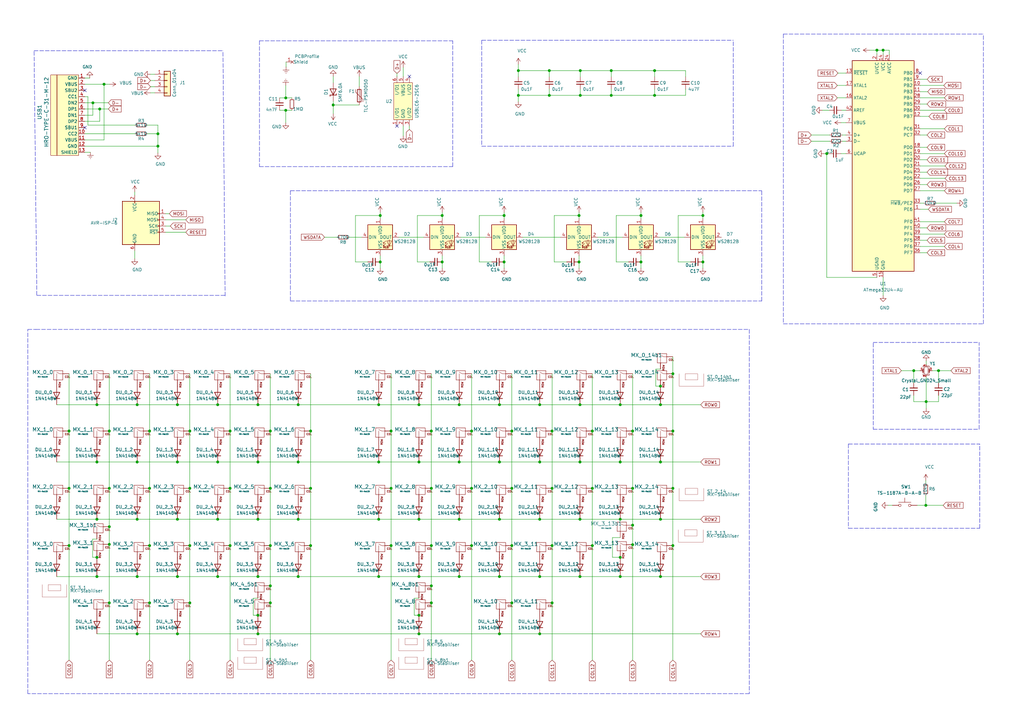
<source format=kicad_sch>
(kicad_sch (version 20200714) (host eeschema "(5.99.0-2612-g32a7d0025-dirty)")
  (page 1 1)
  (paper "A3")
  (title_block (rev "1") (comment 1 "Design for JLCPCB 1-2 Layer Service"))
  (junction (at 28.321 176.784) (diameter 1.016))
  (junction (at 28.321 200.279) (diameter 1.016))
  (junction (at 28.321 223.774) (diameter 1.016))
  (junction (at 38.1 42.164) (diameter 1.016))
  (junction (at 39.751 165.989) (diameter 1.016))
  (junction (at 39.751 189.484) (diameter 1.016))
  (junction (at 39.751 212.979) (diameter 1.016))
  (junction (at 39.751 228.6) (diameter 1.016))
  (junction (at 39.751 236.474) (diameter 1.016))
  (junction (at 40.894 44.704) (diameter 1.016))
  (junction (at 42.672 34.544) (diameter 1.016))
  (junction (at 44.831 176.784) (diameter 1.016))
  (junction (at 44.831 200.279) (diameter 1.016))
  (junction (at 44.831 216.027) (diameter 1.016))
  (junction (at 44.831 223.266) (diameter 1.016))
  (junction (at 44.831 247.269) (diameter 1.016))
  (junction (at 56.261 165.989) (diameter 1.016))
  (junction (at 56.261 189.484) (diameter 1.016))
  (junction (at 56.261 212.979) (diameter 1.016))
  (junction (at 56.261 236.474) (diameter 1.016))
  (junction (at 56.261 259.969) (diameter 1.016))
  (junction (at 61.341 176.784) (diameter 1.016))
  (junction (at 61.341 200.279) (diameter 1.016))
  (junction (at 61.341 223.774) (diameter 1.016))
  (junction (at 61.341 247.269) (diameter 1.016))
  (junction (at 64.77 54.864) (diameter 1.016))
  (junction (at 64.77 59.944) (diameter 1.016))
  (junction (at 72.771 165.989) (diameter 1.016))
  (junction (at 72.771 189.484) (diameter 1.016))
  (junction (at 72.771 212.979) (diameter 1.016))
  (junction (at 72.771 236.474) (diameter 1.016))
  (junction (at 72.771 259.969) (diameter 1.016))
  (junction (at 77.851 176.784) (diameter 1.016))
  (junction (at 77.851 200.279) (diameter 1.016))
  (junction (at 77.851 223.774) (diameter 1.016))
  (junction (at 77.851 247.269) (diameter 1.016))
  (junction (at 89.281 165.989) (diameter 1.016))
  (junction (at 89.281 189.484) (diameter 1.016))
  (junction (at 89.281 212.979) (diameter 1.016))
  (junction (at 89.281 236.474) (diameter 1.016))
  (junction (at 94.361 176.784) (diameter 1.016))
  (junction (at 94.361 200.279) (diameter 1.016))
  (junction (at 94.361 223.774) (diameter 1.016))
  (junction (at 105.791 165.989) (diameter 1.016))
  (junction (at 105.791 189.484) (diameter 1.016))
  (junction (at 105.791 212.979) (diameter 1.016))
  (junction (at 105.791 236.474) (diameter 1.016))
  (junction (at 105.791 252.349) (diameter 1.016))
  (junction (at 105.791 259.969) (diameter 1.016))
  (junction (at 110.871 176.784) (diameter 1.016))
  (junction (at 110.871 200.279) (diameter 1.016))
  (junction (at 110.871 223.774) (diameter 1.016))
  (junction (at 110.871 240.284) (diameter 1.016))
  (junction (at 110.871 247.269) (diameter 1.016))
  (junction (at 117.1956 40.1574) (diameter 1.016))
  (junction (at 117.1956 45.2374) (diameter 1.016))
  (junction (at 122.301 165.989) (diameter 1.016))
  (junction (at 122.301 189.484) (diameter 1.016))
  (junction (at 122.301 212.979) (diameter 1.016))
  (junction (at 122.301 236.474) (diameter 1.016))
  (junction (at 127.381 176.784) (diameter 1.016))
  (junction (at 127.381 200.279) (diameter 1.016))
  (junction (at 127.381 223.774) (diameter 1.016))
  (junction (at 136.652 43.053) (diameter 1.016))
  (junction (at 155.321 165.989) (diameter 1.016))
  (junction (at 155.321 189.484) (diameter 1.016))
  (junction (at 155.321 212.979) (diameter 1.016))
  (junction (at 155.321 236.474) (diameter 1.016))
  (junction (at 155.956 88.392) (diameter 1.016))
  (junction (at 155.956 107.442) (diameter 1.016))
  (junction (at 160.401 176.784) (diameter 1.016))
  (junction (at 160.401 200.279) (diameter 1.016))
  (junction (at 160.401 223.774) (diameter 1.016))
  (junction (at 171.831 165.989) (diameter 1.016))
  (junction (at 171.831 189.484) (diameter 1.016))
  (junction (at 171.831 212.979) (diameter 1.016))
  (junction (at 171.831 236.474) (diameter 1.016))
  (junction (at 171.831 252.349) (diameter 1.016))
  (junction (at 171.831 259.969) (diameter 1.016))
  (junction (at 176.911 176.784) (diameter 1.016))
  (junction (at 176.911 200.279) (diameter 1.016))
  (junction (at 176.911 223.774) (diameter 1.016))
  (junction (at 176.911 240.284) (diameter 1.016))
  (junction (at 176.911 247.269) (diameter 1.016))
  (junction (at 181.356 88.392) (diameter 1.016))
  (junction (at 181.356 107.442) (diameter 1.016))
  (junction (at 188.341 165.989) (diameter 1.016))
  (junction (at 188.341 189.484) (diameter 1.016))
  (junction (at 188.341 212.979) (diameter 1.016))
  (junction (at 188.341 236.474) (diameter 1.016))
  (junction (at 193.421 176.784) (diameter 1.016))
  (junction (at 193.421 200.279) (diameter 1.016))
  (junction (at 193.421 223.774) (diameter 1.016))
  (junction (at 204.851 165.989) (diameter 1.016))
  (junction (at 204.851 189.484) (diameter 1.016))
  (junction (at 204.851 212.979) (diameter 1.016))
  (junction (at 204.851 236.474) (diameter 1.016))
  (junction (at 204.851 259.969) (diameter 1.016))
  (junction (at 206.756 88.392) (diameter 1.016))
  (junction (at 206.756 107.442) (diameter 1.016))
  (junction (at 209.931 176.784) (diameter 1.016))
  (junction (at 209.931 200.279) (diameter 1.016))
  (junction (at 209.931 223.774) (diameter 1.016))
  (junction (at 209.931 247.269) (diameter 1.016))
  (junction (at 212.598 28.956) (diameter 1.016))
  (junction (at 212.598 39.116) (diameter 1.016))
  (junction (at 221.361 165.989) (diameter 1.016))
  (junction (at 221.361 189.484) (diameter 1.016))
  (junction (at 221.361 212.979) (diameter 1.016))
  (junction (at 221.361 236.474) (diameter 1.016))
  (junction (at 221.361 259.969) (diameter 1.016))
  (junction (at 225.298 28.956) (diameter 1.016))
  (junction (at 225.298 39.116) (diameter 1.016))
  (junction (at 226.441 176.784) (diameter 1.016))
  (junction (at 226.441 200.279) (diameter 1.016))
  (junction (at 226.441 223.774) (diameter 1.016))
  (junction (at 226.441 247.269) (diameter 1.016))
  (junction (at 237.49 88.392) (diameter 1.016))
  (junction (at 237.49 107.442) (diameter 1.016))
  (junction (at 237.871 165.989) (diameter 1.016))
  (junction (at 237.871 189.484) (diameter 1.016))
  (junction (at 237.871 212.979) (diameter 1.016))
  (junction (at 237.871 236.474) (diameter 1.016))
  (junction (at 237.998 28.956) (diameter 1.016))
  (junction (at 237.998 39.116) (diameter 1.016))
  (junction (at 242.951 176.784) (diameter 1.016))
  (junction (at 242.951 200.279) (diameter 1.016))
  (junction (at 242.951 223.774) (diameter 1.016))
  (junction (at 250.698 28.956) (diameter 1.016))
  (junction (at 250.698 39.116) (diameter 1.016))
  (junction (at 254.381 165.989) (diameter 1.016))
  (junction (at 254.381 189.484) (diameter 1.016))
  (junction (at 254.381 212.979) (diameter 1.016))
  (junction (at 254.381 228.6) (diameter 1.016))
  (junction (at 254.381 236.474) (diameter 1.016))
  (junction (at 259.461 176.784) (diameter 1.016))
  (junction (at 259.461 200.279) (diameter 1.016))
  (junction (at 259.461 215.392) (diameter 1.016))
  (junction (at 259.461 223.393) (diameter 1.016))
  (junction (at 262.89 88.392) (diameter 1.016))
  (junction (at 262.89 107.442) (diameter 1.016))
  (junction (at 268.478 28.956) (diameter 1.016))
  (junction (at 268.478 39.116) (diameter 1.016))
  (junction (at 270.891 158.369) (diameter 1.016))
  (junction (at 270.891 165.989) (diameter 1.016))
  (junction (at 270.891 189.484) (diameter 1.016))
  (junction (at 270.891 212.979) (diameter 1.016))
  (junction (at 270.891 236.474) (diameter 1.016))
  (junction (at 275.971 153.289) (diameter 1.016))
  (junction (at 275.971 176.784) (diameter 1.016))
  (junction (at 275.971 200.279) (diameter 1.016))
  (junction (at 275.971 223.774) (diameter 1.016))
  (junction (at 288.29 88.392) (diameter 1.016))
  (junction (at 288.29 107.442) (diameter 1.016))
  (junction (at 339.09 62.992) (diameter 1.016))
  (junction (at 359.664 20.574) (diameter 1.016))
  (junction (at 362.204 20.574) (diameter 1.016))
  (junction (at 374.777 152.019) (diameter 1.016))
  (junction (at 379.73 207.264) (diameter 1.016))
  (junction (at 379.857 164.719) (diameter 1.016))
  (junction (at 384.937 152.019) (diameter 1.016))
  (no_connect (at 34.798 52.324))
  (no_connect (at 34.798 37.084))
  (no_connect (at 167.894 31.369))
  (no_connect (at 162.814 51.689))
  (no_connect (at 377.444 29.972))
  (wire (pts (xy 23.241 165.989) (xy 39.751 165.989)))
  (wire (pts (xy 23.241 189.484) (xy 39.751 189.484)))
  (wire (pts (xy 23.241 212.979) (xy 39.751 212.979)))
  (wire (pts (xy 23.241 236.474) (xy 39.751 236.474)))
  (wire (pts (xy 28.321 153.289) (xy 28.321 176.784)))
  (wire (pts (xy 28.321 176.784) (xy 28.321 200.279)))
  (wire (pts (xy 28.321 200.279) (xy 28.321 223.774)))
  (wire (pts (xy 28.321 223.774) (xy 28.321 270.764)))
  (wire (pts (xy 34.798 32.004) (xy 36.83 32.004)))
  (wire (pts (xy 34.798 34.544) (xy 42.672 34.544)))
  (wire (pts (xy 34.798 39.624) (xy 36.068 39.624)))
  (wire (pts (xy 34.798 42.164) (xy 38.1 42.164)))
  (wire (pts (xy 34.798 44.704) (xy 40.894 44.704)))
  (wire (pts (xy 34.798 54.864) (xy 55.372 54.864)))
  (wire (pts (xy 34.798 57.404) (xy 42.672 57.404)))
  (wire (pts (xy 34.798 59.944) (xy 64.77 59.944)))
  (wire (pts (xy 34.798 62.484) (xy 37.084 62.484)))
  (wire (pts (xy 36.068 39.624) (xy 36.068 51.308)))
  (wire (pts (xy 36.068 51.308) (xy 55.372 51.308)))
  (wire (pts (xy 37.973 221.107) (xy 37.973 228.6)))
  (wire (pts (xy 37.973 228.6) (xy 39.751 228.6)))
  (wire (pts (xy 38.1 42.164) (xy 38.1 47.244)))
  (wire (pts (xy 38.1 42.164) (xy 44.45 42.164)))
  (wire (pts (xy 38.1 47.244) (xy 34.798 47.244)))
  (wire (pts (xy 39.751 165.989) (xy 56.261 165.989)))
  (wire (pts (xy 39.751 189.484) (xy 56.261 189.484)))
  (wire (pts (xy 39.751 212.979) (xy 56.261 212.979)))
  (wire (pts (xy 39.751 221.107) (xy 37.973 221.107)))
  (wire (pts (xy 39.751 228.346) (xy 39.751 228.6)))
  (wire (pts (xy 39.751 228.6) (xy 39.751 228.854)))
  (wire (pts (xy 39.751 236.474) (xy 56.261 236.474)))
  (wire (pts (xy 39.751 259.969) (xy 56.261 259.969)))
  (wire (pts (xy 40.894 44.704) (xy 40.894 49.784)))
  (wire (pts (xy 40.894 44.704) (xy 44.45 44.704)))
  (wire (pts (xy 40.894 49.784) (xy 34.798 49.784)))
  (wire (pts (xy 42.672 34.544) (xy 42.672 57.404)))
  (wire (pts (xy 42.672 34.544) (xy 44.958 34.544)))
  (wire (pts (xy 44.831 153.289) (xy 44.831 176.784)))
  (wire (pts (xy 44.831 176.784) (xy 44.831 200.279)))
  (wire (pts (xy 44.831 200.279) (xy 44.831 216.027)))
  (wire (pts (xy 44.831 216.027) (xy 44.831 223.266)))
  (wire (pts (xy 44.831 223.266) (xy 44.831 247.269)))
  (wire (pts (xy 44.831 247.269) (xy 44.831 270.764)))
  (wire (pts (xy 55.245 78.74) (xy 55.245 80.01)))
  (wire (pts (xy 55.245 102.87) (xy 55.245 106.045)))
  (wire (pts (xy 56.261 165.989) (xy 72.771 165.989)))
  (wire (pts (xy 56.261 189.484) (xy 72.771 189.484)))
  (wire (pts (xy 56.261 212.979) (xy 72.771 212.979)))
  (wire (pts (xy 56.261 236.474) (xy 72.771 236.474)))
  (wire (pts (xy 56.261 259.969) (xy 72.771 259.969)))
  (wire (pts (xy 60.452 51.308) (xy 64.77 51.308)))
  (wire (pts (xy 60.452 54.864) (xy 64.77 54.864)))
  (wire (pts (xy 61.341 153.289) (xy 61.341 176.784)))
  (wire (pts (xy 61.341 176.784) (xy 61.341 200.279)))
  (wire (pts (xy 61.341 200.279) (xy 61.341 223.774)))
  (wire (pts (xy 61.341 223.774) (xy 61.341 247.269)))
  (wire (pts (xy 61.341 247.269) (xy 61.341 270.764)))
  (wire (pts (xy 61.722 30.48) (xy 63.5 30.48)))
  (wire (pts (xy 61.722 33.02) (xy 63.5 33.02)))
  (wire (pts (xy 61.722 35.56) (xy 63.5 35.56)))
  (wire (pts (xy 61.722 38.1) (xy 63.5 38.1)))
  (wire (pts (xy 64.77 51.308) (xy 64.77 54.864)))
  (wire (pts (xy 64.77 54.864) (xy 64.77 59.944)))
  (wire (pts (xy 64.77 59.944) (xy 64.77 62.738)))
  (wire (pts (xy 67.945 87.63) (xy 69.469 87.63)))
  (wire (pts (xy 67.945 90.17) (xy 76.2 90.17)))
  (wire (pts (xy 67.945 92.71) (xy 69.85 92.71)))
  (wire (pts (xy 67.945 95.25) (xy 76.2 95.25)))
  (wire (pts (xy 72.771 165.989) (xy 89.281 165.989)))
  (wire (pts (xy 72.771 189.484) (xy 89.281 189.484)))
  (wire (pts (xy 72.771 212.979) (xy 89.281 212.979)))
  (wire (pts (xy 72.771 236.474) (xy 89.281 236.474)))
  (wire (pts (xy 72.771 259.969) (xy 105.791 259.969)))
  (wire (pts (xy 77.851 153.289) (xy 77.851 176.784)))
  (wire (pts (xy 77.851 176.784) (xy 77.851 200.279)))
  (wire (pts (xy 77.851 200.279) (xy 77.851 223.774)))
  (wire (pts (xy 77.851 223.774) (xy 77.851 247.269)))
  (wire (pts (xy 77.851 247.269) (xy 77.851 270.764)))
  (wire (pts (xy 89.281 165.989) (xy 105.791 165.989)))
  (wire (pts (xy 89.281 189.484) (xy 105.791 189.484)))
  (wire (pts (xy 89.281 212.979) (xy 105.791 212.979)))
  (wire (pts (xy 89.281 236.474) (xy 105.791 236.474)))
  (wire (pts (xy 94.361 153.289) (xy 94.361 176.784)))
  (wire (pts (xy 94.361 176.784) (xy 94.361 200.279)))
  (wire (pts (xy 94.361 200.279) (xy 94.361 223.774)))
  (wire (pts (xy 94.361 223.774) (xy 94.361 270.764)))
  (wire (pts (xy 103.886 245.364) (xy 103.886 252.349)))
  (wire (pts (xy 103.886 252.349) (xy 105.791 252.349)))
  (wire (pts (xy 105.791 165.989) (xy 122.301 165.989)))
  (wire (pts (xy 105.791 189.484) (xy 122.301 189.484)))
  (wire (pts (xy 105.791 212.979) (xy 122.301 212.979)))
  (wire (pts (xy 105.791 236.474) (xy 122.301 236.474)))
  (wire (pts (xy 105.791 245.364) (xy 103.886 245.364)))
  (wire (pts (xy 105.791 259.969) (xy 171.831 259.969)))
  (wire (pts (xy 110.871 153.289) (xy 110.871 176.784)))
  (wire (pts (xy 110.871 176.784) (xy 110.871 200.279)))
  (wire (pts (xy 110.871 200.279) (xy 110.871 223.774)))
  (wire (pts (xy 110.871 223.774) (xy 110.871 240.284)))
  (wire (pts (xy 110.871 240.284) (xy 110.871 247.269)))
  (wire (pts (xy 110.871 247.269) (xy 110.871 270.764)))
  (wire (pts (xy 114.6556 40.1574) (xy 117.1956 40.1574)))
  (wire (pts (xy 114.6556 45.2374) (xy 117.1956 45.2374)))
  (wire (pts (xy 117.1956 40.1574) (xy 117.1956 35.0774)))
  (wire (pts (xy 117.1956 40.1574) (xy 119.7356 40.1574)))
  (wire (pts (xy 117.1956 45.2374) (xy 119.7356 45.2374)))
  (wire (pts (xy 117.1956 50.3174) (xy 117.1956 45.2374)))
  (wire (pts (xy 117.3226 25.4254) (xy 117.3226 27.4574)))
  (wire (pts (xy 122.301 165.989) (xy 155.321 165.989)))
  (wire (pts (xy 122.301 189.484) (xy 155.321 189.484)))
  (wire (pts (xy 122.301 212.979) (xy 155.321 212.979)))
  (wire (pts (xy 122.301 236.474) (xy 155.321 236.474)))
  (wire (pts (xy 127.381 153.289) (xy 127.381 176.784)))
  (wire (pts (xy 127.381 176.784) (xy 127.381 200.279)))
  (wire (pts (xy 127.381 200.279) (xy 127.381 223.774)))
  (wire (pts (xy 127.381 223.774) (xy 127.381 270.764)))
  (wire (pts (xy 133.096 97.282) (xy 138.176 97.282)))
  (wire (pts (xy 136.652 31.369) (xy 136.652 33.909)))
  (wire (pts (xy 136.652 41.529) (xy 136.652 43.053)))
  (wire (pts (xy 136.652 43.053) (xy 136.652 46.609)))
  (wire (pts (xy 136.652 43.053) (xy 147.32 43.053)))
  (wire (pts (xy 143.256 97.282) (xy 148.336 97.282)))
  (wire (pts (xy 145.796 88.392) (xy 155.956 88.392)))
  (wire (pts (xy 145.796 107.442) (xy 145.796 88.392)))
  (wire (pts (xy 147.32 31.369) (xy 147.32 35.433)))
  (wire (pts (xy 150.876 107.442) (xy 145.796 107.442)))
  (wire (pts (xy 155.321 165.989) (xy 171.831 165.989)))
  (wire (pts (xy 155.321 189.484) (xy 171.831 189.484)))
  (wire (pts (xy 155.321 212.979) (xy 171.831 212.979)))
  (wire (pts (xy 155.321 236.474) (xy 171.831 236.474)))
  (wire (pts (xy 155.956 87.122) (xy 155.956 88.392)))
  (wire (pts (xy 155.956 88.392) (xy 155.956 89.662)))
  (wire (pts (xy 155.956 104.902) (xy 155.956 107.442)))
  (wire (pts (xy 155.956 107.442) (xy 155.956 109.982)))
  (wire (pts (xy 160.401 153.289) (xy 160.401 176.784)))
  (wire (pts (xy 160.401 176.784) (xy 160.401 200.279)))
  (wire (pts (xy 160.401 200.279) (xy 160.401 223.774)))
  (wire (pts (xy 160.401 223.774) (xy 160.401 270.764)))
  (wire (pts (xy 162.814 30.099) (xy 162.814 31.369)))
  (wire (pts (xy 163.576 97.282) (xy 173.736 97.282)))
  (wire (pts (xy 165.354 27.686) (xy 165.354 31.369)))
  (wire (pts (xy 165.354 51.689) (xy 165.354 55.753)))
  (wire (pts (xy 167.894 51.689) (xy 167.894 53.086)))
  (wire (pts (xy 169.926 245.364) (xy 169.926 252.349)))
  (wire (pts (xy 169.926 252.349) (xy 171.831 252.349)))
  (wire (pts (xy 171.196 88.392) (xy 181.356 88.392)))
  (wire (pts (xy 171.196 107.442) (xy 171.196 88.392)))
  (wire (pts (xy 171.831 165.989) (xy 188.341 165.989)))
  (wire (pts (xy 171.831 189.484) (xy 188.341 189.484)))
  (wire (pts (xy 171.831 212.979) (xy 188.341 212.979)))
  (wire (pts (xy 171.831 236.474) (xy 188.341 236.474)))
  (wire (pts (xy 171.831 245.364) (xy 169.926 245.364)))
  (wire (pts (xy 171.831 259.969) (xy 204.851 259.969)))
  (wire (pts (xy 176.276 107.442) (xy 171.196 107.442)))
  (wire (pts (xy 176.911 153.289) (xy 176.911 176.784)))
  (wire (pts (xy 176.911 176.784) (xy 176.911 200.279)))
  (wire (pts (xy 176.911 200.279) (xy 176.911 223.774)))
  (wire (pts (xy 176.911 223.774) (xy 176.911 240.284)))
  (wire (pts (xy 176.911 240.284) (xy 176.911 247.269)))
  (wire (pts (xy 176.911 247.269) (xy 176.911 270.764)))
  (wire (pts (xy 181.356 87.122) (xy 181.356 88.392)))
  (wire (pts (xy 181.356 88.392) (xy 181.356 89.662)))
  (wire (pts (xy 181.356 104.902) (xy 181.356 107.442)))
  (wire (pts (xy 181.356 107.442) (xy 181.356 109.982)))
  (wire (pts (xy 188.341 165.989) (xy 204.851 165.989)))
  (wire (pts (xy 188.341 189.484) (xy 204.851 189.484)))
  (wire (pts (xy 188.341 212.979) (xy 204.851 212.979)))
  (wire (pts (xy 188.341 236.474) (xy 204.851 236.474)))
  (wire (pts (xy 188.976 97.282) (xy 199.136 97.282)))
  (wire (pts (xy 193.421 153.289) (xy 193.421 176.784)))
  (wire (pts (xy 193.421 176.784) (xy 193.421 200.279)))
  (wire (pts (xy 193.421 200.279) (xy 193.421 223.774)))
  (wire (pts (xy 193.421 223.774) (xy 193.421 270.764)))
  (wire (pts (xy 196.596 88.392) (xy 206.756 88.392)))
  (wire (pts (xy 196.596 107.442) (xy 196.596 88.392)))
  (wire (pts (xy 201.676 107.442) (xy 196.596 107.442)))
  (wire (pts (xy 204.851 165.989) (xy 221.361 165.989)))
  (wire (pts (xy 204.851 189.484) (xy 221.361 189.484)))
  (wire (pts (xy 204.851 212.979) (xy 221.361 212.979)))
  (wire (pts (xy 204.851 236.474) (xy 221.361 236.474)))
  (wire (pts (xy 204.851 259.969) (xy 221.361 259.969)))
  (wire (pts (xy 206.756 87.122) (xy 206.756 88.392)))
  (wire (pts (xy 206.756 88.392) (xy 206.756 89.662)))
  (wire (pts (xy 206.756 104.902) (xy 206.756 107.442)))
  (wire (pts (xy 206.756 107.442) (xy 206.756 109.982)))
  (wire (pts (xy 209.931 153.289) (xy 209.931 176.784)))
  (wire (pts (xy 209.931 176.784) (xy 209.931 200.279)))
  (wire (pts (xy 209.931 200.279) (xy 209.931 223.774)))
  (wire (pts (xy 209.931 223.774) (xy 209.931 247.269)))
  (wire (pts (xy 209.931 247.269) (xy 209.931 270.764)))
  (wire (pts (xy 212.598 26.416) (xy 212.598 28.956)))
  (wire (pts (xy 212.598 28.956) (xy 212.598 31.496)))
  (wire (pts (xy 212.598 28.956) (xy 225.298 28.956)))
  (wire (pts (xy 212.598 36.576) (xy 212.598 39.116)))
  (wire (pts (xy 212.598 39.116) (xy 225.298 39.116)))
  (wire (pts (xy 212.598 41.656) (xy 212.598 39.116)))
  (wire (pts (xy 214.376 97.282) (xy 229.87 97.282)))
  (wire (pts (xy 221.361 165.989) (xy 237.871 165.989)))
  (wire (pts (xy 221.361 189.484) (xy 237.871 189.484)))
  (wire (pts (xy 221.361 212.979) (xy 237.871 212.979)))
  (wire (pts (xy 221.361 236.474) (xy 237.871 236.474)))
  (wire (pts (xy 221.361 259.969) (xy 287.401 259.969)))
  (wire (pts (xy 225.298 28.956) (xy 225.298 31.496)))
  (wire (pts (xy 225.298 28.956) (xy 237.998 28.956)))
  (wire (pts (xy 225.298 36.576) (xy 225.298 39.116)))
  (wire (pts (xy 225.298 39.116) (xy 237.998 39.116)))
  (wire (pts (xy 226.441 153.289) (xy 226.441 176.784)))
  (wire (pts (xy 226.441 176.784) (xy 226.441 200.279)))
  (wire (pts (xy 226.441 200.279) (xy 226.441 223.774)))
  (wire (pts (xy 226.441 223.774) (xy 226.441 247.269)))
  (wire (pts (xy 226.441 247.269) (xy 226.441 270.764)))
  (wire (pts (xy 227.33 88.392) (xy 237.49 88.392)))
  (wire (pts (xy 227.33 107.442) (xy 227.33 88.392)))
  (wire (pts (xy 232.41 107.442) (xy 227.33 107.442)))
  (wire (pts (xy 237.49 87.122) (xy 237.49 88.392)))
  (wire (pts (xy 237.49 88.392) (xy 237.49 89.662)))
  (wire (pts (xy 237.49 104.902) (xy 237.49 107.442)))
  (wire (pts (xy 237.49 107.442) (xy 237.49 109.982)))
  (wire (pts (xy 237.871 165.989) (xy 254.381 165.989)))
  (wire (pts (xy 237.871 189.484) (xy 254.381 189.484)))
  (wire (pts (xy 237.871 212.979) (xy 254.381 212.979)))
  (wire (pts (xy 237.871 236.474) (xy 254.381 236.474)))
  (wire (pts (xy 237.998 28.956) (xy 237.998 31.496)))
  (wire (pts (xy 237.998 28.956) (xy 250.698 28.956)))
  (wire (pts (xy 237.998 36.576) (xy 237.998 39.116)))
  (wire (pts (xy 237.998 39.116) (xy 250.698 39.116)))
  (wire (pts (xy 242.951 153.289) (xy 242.951 176.784)))
  (wire (pts (xy 242.951 176.784) (xy 242.951 200.279)))
  (wire (pts (xy 242.951 200.279) (xy 242.951 223.774)))
  (wire (pts (xy 242.951 223.774) (xy 242.951 270.764)))
  (wire (pts (xy 245.11 97.282) (xy 255.27 97.282)))
  (wire (pts (xy 250.698 28.956) (xy 250.698 31.496)))
  (wire (pts (xy 250.698 28.956) (xy 268.478 28.956)))
  (wire (pts (xy 250.698 36.576) (xy 250.698 39.116)) (stroke (width 0.152)))
  (wire (pts (xy 250.698 39.116) (xy 268.478 39.116)))
  (wire (pts (xy 251.206 220.472) (xy 251.206 228.6)))
  (wire (pts (xy 251.206 228.6) (xy 254.381 228.6)))
  (wire (pts (xy 252.73 88.392) (xy 262.89 88.392)))
  (wire (pts (xy 252.73 107.442) (xy 252.73 88.392)))
  (wire (pts (xy 254.381 165.989) (xy 270.891 165.989)))
  (wire (pts (xy 254.381 189.484) (xy 270.891 189.484)))
  (wire (pts (xy 254.381 212.979) (xy 270.891 212.979)))
  (wire (pts (xy 254.381 220.472) (xy 251.206 220.472)))
  (wire (pts (xy 254.381 228.473) (xy 254.381 228.6)))
  (wire (pts (xy 254.381 228.6) (xy 254.381 228.854)))
  (wire (pts (xy 254.381 236.474) (xy 270.891 236.474)))
  (wire (pts (xy 257.81 107.442) (xy 252.73 107.442)))
  (wire (pts (xy 259.461 153.289) (xy 259.461 176.784)))
  (wire (pts (xy 259.461 176.784) (xy 259.461 200.279)))
  (wire (pts (xy 259.461 200.279) (xy 259.461 215.392)))
  (wire (pts (xy 259.461 215.392) (xy 259.461 223.393)))
  (wire (pts (xy 259.461 223.393) (xy 259.461 270.764)))
  (wire (pts (xy 262.89 87.122) (xy 262.89 88.392)))
  (wire (pts (xy 262.89 88.392) (xy 262.89 89.662)))
  (wire (pts (xy 262.89 104.902) (xy 262.89 107.442)))
  (wire (pts (xy 262.89 107.442) (xy 262.89 109.982)))
  (wire (pts (xy 268.478 28.956) (xy 268.478 31.496)))
  (wire (pts (xy 268.478 28.956) (xy 281.178 28.956)))
  (wire (pts (xy 268.478 36.576) (xy 268.478 39.116)))
  (wire (pts (xy 268.478 39.116) (xy 281.178 39.116)))
  (wire (pts (xy 268.986 151.384) (xy 268.986 158.369)))
  (wire (pts (xy 268.986 158.369) (xy 270.891 158.369)))
  (wire (pts (xy 270.51 97.282) (xy 280.67 97.282)))
  (wire (pts (xy 270.891 151.384) (xy 268.986 151.384)))
  (wire (pts (xy 270.891 165.989) (xy 287.401 165.989)))
  (wire (pts (xy 270.891 189.484) (xy 287.401 189.484)))
  (wire (pts (xy 270.891 212.979) (xy 287.401 212.979)))
  (wire (pts (xy 270.891 236.474) (xy 287.401 236.474)))
  (wire (pts (xy 275.971 146.304) (xy 275.971 153.289)))
  (wire (pts (xy 275.971 153.289) (xy 275.971 176.784)))
  (wire (pts (xy 275.971 176.784) (xy 275.971 200.279)))
  (wire (pts (xy 275.971 200.279) (xy 275.971 223.774)))
  (wire (pts (xy 275.971 223.774) (xy 275.971 270.764)))
  (wire (pts (xy 278.13 88.392) (xy 288.29 88.392)))
  (wire (pts (xy 278.13 107.442) (xy 278.13 88.392)))
  (wire (pts (xy 281.178 28.956) (xy 281.178 31.496)))
  (wire (pts (xy 281.178 36.576) (xy 281.178 39.116)))
  (wire (pts (xy 283.21 107.442) (xy 278.13 107.442)))
  (wire (pts (xy 288.29 87.122) (xy 288.29 88.392)))
  (wire (pts (xy 288.29 88.392) (xy 288.29 89.662)))
  (wire (pts (xy 288.29 104.902) (xy 288.29 107.442)))
  (wire (pts (xy 288.29 107.442) (xy 288.29 109.982)))
  (wire (pts (xy 332.74 55.372) (xy 340.36 55.372)))
  (wire (pts (xy 332.74 57.912) (xy 340.36 57.912)))
  (wire (pts (xy 337.312 45.212) (xy 340.106 45.212)))
  (wire (pts (xy 339.09 62.992) (xy 338.074 62.992)))
  (wire (pts (xy 339.09 62.992) (xy 339.09 113.792)))
  (wire (pts (xy 339.09 113.792) (xy 359.664 113.792)))
  (wire (pts (xy 339.852 62.992) (xy 339.09 62.992)))
  (wire (pts (xy 343.408 35.052) (xy 346.964 35.052)))
  (wire (pts (xy 343.408 40.132) (xy 346.964 40.132)))
  (wire (pts (xy 343.662 29.972) (xy 346.964 29.972)))
  (wire (pts (xy 344.932 50.292) (xy 346.964 50.292)))
  (wire (pts (xy 344.932 62.992) (xy 346.964 62.992)))
  (wire (pts (xy 345.186 45.212) (xy 346.964 45.212)))
  (wire (pts (xy 345.44 55.372) (xy 346.964 55.372)))
  (wire (pts (xy 345.44 57.912) (xy 346.964 57.912)))
  (wire (pts (xy 356.616 20.574) (xy 359.664 20.574)))
  (wire (pts (xy 359.664 20.574) (xy 359.664 22.352)))
  (wire (pts (xy 359.664 20.574) (xy 362.204 20.574)))
  (wire (pts (xy 362.204 20.574) (xy 364.744 20.574)))
  (wire (pts (xy 362.204 22.352) (xy 362.204 20.574)))
  (wire (pts (xy 362.204 113.792) (xy 362.204 121.158)))
  (wire (pts (xy 364.236 207.264) (xy 366.014 207.264)))
  (wire (pts (xy 364.744 20.574) (xy 364.744 22.352)))
  (wire (pts (xy 369.697 152.019) (xy 374.777 152.019)))
  (wire (pts (xy 374.777 152.019) (xy 374.777 157.099)))
  (wire (pts (xy 374.777 152.019) (xy 377.317 152.019)))
  (wire (pts (xy 374.777 162.179) (xy 374.777 164.719)))
  (wire (pts (xy 374.777 164.719) (xy 379.857 164.719)))
  (wire (pts (xy 376.174 207.264) (xy 379.73 207.264)))
  (wire (pts (xy 377.444 32.512) (xy 380.2888 32.512)))
  (wire (pts (xy 377.444 35.052) (xy 387.096 35.052)))
  (wire (pts (xy 377.444 37.592) (xy 380.492 37.592)))
  (wire (pts (xy 377.444 40.132) (xy 387.35 40.132)))
  (wire (pts (xy 377.444 42.672) (xy 380.238 42.672)))
  (wire (pts (xy 377.444 45.212) (xy 387.35 45.212)))
  (wire (pts (xy 377.444 47.752) (xy 381 47.752)))
  (wire (pts (xy 377.444 52.832) (xy 387.35 52.832)))
  (wire (pts (xy 377.444 55.372) (xy 380.238 55.372)))
  (wire (pts (xy 377.444 60.452) (xy 380.238 60.452)))
  (wire (pts (xy 377.444 62.992) (xy 387.35 62.992)))
  (wire (pts (xy 377.444 65.532) (xy 380.238 65.532)))
  (wire (pts (xy 377.444 68.072) (xy 387.604 68.072)))
  (wire (pts (xy 377.444 70.612) (xy 380.238 70.612)))
  (wire (pts (xy 377.444 73.152) (xy 387.604 73.152)))
  (wire (pts (xy 377.444 75.692) (xy 380.238 75.692)))
  (wire (pts (xy 377.444 78.232) (xy 387.35 78.232)))
  (wire (pts (xy 377.444 83.312) (xy 378.968 83.312)))
  (wire (pts (xy 377.444 85.852) (xy 380.746 85.852)))
  (wire (pts (xy 377.444 90.932) (xy 387.35 90.932)))
  (wire (pts (xy 377.444 93.472) (xy 380.238 93.472)))
  (wire (pts (xy 377.444 96.012) (xy 387.35 96.012)))
  (wire (pts (xy 377.444 98.552) (xy 380.238 98.552)))
  (wire (pts (xy 377.444 101.092) (xy 387.35 101.092)))
  (wire (pts (xy 377.444 103.632) (xy 380.238 103.632)))
  (wire (pts (xy 379.73 197.104) (xy 379.73 198.12)))
  (wire (pts (xy 379.73 207.264) (xy 379.73 203.2)))
  (wire (pts (xy 379.73 207.264) (xy 386.842 207.264)))
  (wire (pts (xy 379.857 148.082) (xy 379.857 149.479)))
  (wire (pts (xy 379.857 154.559) (xy 379.857 164.719)))
  (wire (pts (xy 379.857 164.719) (xy 379.857 167.513)))
  (wire (pts (xy 379.857 164.719) (xy 384.937 164.719)))
  (wire (pts (xy 382.397 152.019) (xy 384.937 152.019)))
  (wire (pts (xy 384.048 83.312) (xy 392.43 83.312)))
  (wire (pts (xy 384.937 152.019) (xy 384.937 157.099)))
  (wire (pts (xy 384.937 152.019) (xy 390.017 152.019)))
  (wire (pts (xy 384.937 164.719) (xy 384.937 162.179)))
  (polyline (pts (xy 11.43 135.128) (xy 14.732 135.128)) (stroke (width 0) (type dash)))
  (polyline (pts (xy 11.43 284.48) (xy 11.43 135.128)) (stroke (width 0) (type dash)))
  (polyline (pts (xy 13.97 20.828) (xy 91.44 20.828)) (stroke (width 0) (type dash)))
  (polyline (pts (xy 13.97 21.082) (xy 15.113 121.158)) (stroke (width 0) (type dash)))
  (polyline (pts (xy 14.732 135.128) (xy 307.34 135.128)) (stroke (width 0) (type dash)))
  (polyline (pts (xy 15.113 121.158) (xy 92.583 121.158)) (stroke (width 0) (type dash)))
  (polyline (pts (xy 92.329 121.412) (xy 91.44 20.828)) (stroke (width 0) (type dash)))
  (polyline (pts (xy 106.426 16.764) (xy 106.426 68.326)) (stroke (width 0) (type dash)))
  (polyline (pts (xy 106.426 16.764) (xy 185.674 16.764)) (stroke (width 0) (type dash)))
  (polyline (pts (xy 106.426 68.326) (xy 185.674 68.326)) (stroke (width 0) (type dash)))
  (polyline (pts (xy 119.126 78.232) (xy 119.126 123.444)) (stroke (width 0) (type dash)))
  (polyline (pts (xy 119.126 78.232) (xy 312.42 78.232)) (stroke (width 0) (type dash)))
  (polyline (pts (xy 119.126 123.444) (xy 312.42 123.444)) (stroke (width 0) (type dash)))
  (polyline (pts (xy 185.674 68.326) (xy 185.674 16.764)) (stroke (width 0) (type dash)))
  (polyline (pts (xy 197.612 16.51) (xy 197.612 59.944)) (stroke (width 0) (type dash)))
  (polyline (pts (xy 197.612 16.51) (xy 300.736 16.51)) (stroke (width 0) (type dash)))
  (polyline (pts (xy 197.612 59.944) (xy 300.736 59.944)) (stroke (width 0) (type dash)))
  (polyline (pts (xy 300.736 59.944) (xy 300.736 16.51)) (stroke (width 0) (type dash)))
  (polyline (pts (xy 307.34 135.128) (xy 307.34 284.48)) (stroke (width 0) (type dash)))
  (polyline (pts (xy 307.34 284.48) (xy 11.43 284.48)) (stroke (width 0) (type dash)))
  (polyline (pts (xy 312.42 123.444) (xy 312.42 78.232)) (stroke (width 0) (type dash)))
  (polyline (pts (xy 321.31 13.97) (xy 321.31 132.842)) (stroke (width 0) (type dash)))
  (polyline (pts (xy 321.31 13.97) (xy 403.352 13.97)) (stroke (width 0) (type dash)))
  (polyline (pts (xy 321.31 132.842) (xy 403.352 132.842)) (stroke (width 0) (type dash)))
  (polyline (pts (xy 347.98 182.118) (xy 347.98 216.662)) (stroke (width 0) (type dash)))
  (polyline (pts (xy 347.98 182.118) (xy 401.828 182.118)) (stroke (width 0) (type dash)))
  (polyline (pts (xy 347.98 216.662) (xy 401.828 216.662)) (stroke (width 0) (type dash)))
  (polyline (pts (xy 358.14 140.462) (xy 401.574 140.462)) (stroke (width 0) (type dash)))
  (polyline (pts (xy 358.14 140.716) (xy 358.14 176.022)) (stroke (width 0) (type dash)))
  (polyline (pts (xy 358.14 176.022) (xy 401.574 176.022)) (stroke (width 0) (type dash)))
  (polyline (pts (xy 401.574 176.022) (xy 401.574 140.462)) (stroke (width 0) (type dash)))
  (polyline (pts (xy 401.828 216.662) (xy 401.828 182.118)) (stroke (width 0) (type dash)))
  (polyline (pts (xy 403.352 132.842) (xy 403.352 13.97)) (stroke (width 0) (type dash)))
  (global_label "COL0" (shape input) (at 28.321 270.764 270))
  (global_label "D-" (shape input) (at 44.45 42.164 0))
  (global_label "D+" (shape input) (at 44.45 44.704 0))
  (global_label "COL1" (shape input) (at 44.831 270.764 270))
  (global_label "COL2" (shape input) (at 61.341 270.764 270))
  (global_label "D+" (shape input) (at 61.722 33.02 180))
  (global_label "D-" (shape input) (at 61.722 35.56 180))
  (global_label "MOSI" (shape input) (at 69.469 87.63 0))
  (global_label "SCK" (shape input) (at 69.85 92.71 0))
  (global_label "MISO" (shape input) (at 76.2 90.17 0))
  (global_label "RESET" (shape input) (at 76.2 95.25 0))
  (global_label "COL3" (shape input) (at 77.851 270.764 270))
  (global_label "COL4" (shape input) (at 94.361 270.764 270))
  (global_label "COL5" (shape input) (at 110.871 270.764 270))
  (global_label "COL6" (shape input) (at 127.381 270.764 270))
  (global_label "WSDATA" (shape input) (at 133.096 97.282 180))
  (global_label "COL7" (shape input) (at 160.401 270.764 270))
  (global_label "D+" (shape input) (at 162.814 30.099 90))
  (global_label "D-" (shape input) (at 167.894 53.086 270))
  (global_label "COL8" (shape input) (at 176.911 270.764 270))
  (global_label "COL9" (shape input) (at 193.421 270.764 270))
  (global_label "COL10" (shape input) (at 209.931 270.764 270))
  (global_label "COL11" (shape input) (at 226.441 270.764 270))
  (global_label "COL12" (shape input) (at 242.951 270.764 270))
  (global_label "COL13" (shape input) (at 259.461 270.764 270))
  (global_label "COL14" (shape input) (at 275.971 270.764 270))
  (global_label "ROW0" (shape input) (at 287.401 165.989 0))
  (global_label "ROW1" (shape input) (at 287.401 189.484 0))
  (global_label "ROW2" (shape input) (at 287.401 212.979 0))
  (global_label "ROW3" (shape input) (at 287.401 236.474 0))
  (global_label "ROW4" (shape input) (at 287.401 259.969 0))
  (global_label "D+" (shape input) (at 332.74 55.372 180))
  (global_label "D-" (shape input) (at 332.74 57.912 180))
  (global_label "XTAL1" (shape input) (at 343.408 35.052 180))
  (global_label "XTAL2" (shape input) (at 343.408 40.132 180))
  (global_label "RESET" (shape input) (at 343.662 29.972 180))
  (global_label "XTAL1" (shape input) (at 369.697 152.019 180))
  (global_label "ROW2" (shape input) (at 380.238 42.672 0))
  (global_label "COL2" (shape input) (at 380.238 55.372 0))
  (global_label "COL9" (shape input) (at 380.238 60.452 0))
  (global_label "COL11" (shape input) (at 380.238 65.532 0))
  (global_label "COL14" (shape input) (at 380.238 70.612 0))
  (global_label "ROW3" (shape input) (at 380.238 75.692 0))
  (global_label "ROW0" (shape input) (at 380.238 93.472 0))
  (global_label "COL5" (shape input) (at 380.238 98.552 0))
  (global_label "COL3" (shape input) (at 380.238 103.632 0))
  (global_label "SCK" (shape input) (at 380.2888 32.512 0))
  (global_label "MISO" (shape input) (at 380.492 37.592 0))
  (global_label "WSDATA" (shape input) (at 380.746 85.852 0))
  (global_label "COL8" (shape input) (at 381 47.752 0))
  (global_label "RESET" (shape input) (at 386.842 207.264 0))
  (global_label "MOSI" (shape input) (at 387.096 35.052 0))
  (global_label "ROW1" (shape input) (at 387.35 40.132 0))
  (global_label "COL0" (shape input) (at 387.35 45.212 0))
  (global_label "COL1" (shape input) (at 387.35 52.832 0))
  (global_label "COL10" (shape input) (at 387.35 62.992 0))
  (global_label "ROW4" (shape input) (at 387.35 78.232 0))
  (global_label "COL7" (shape input) (at 387.35 90.932 0))
  (global_label "COL6" (shape input) (at 387.35 96.012 0))
  (global_label "COL4" (shape input) (at 387.35 101.092 0))
  (global_label "COL12" (shape input) (at 387.604 68.072 0))
  (global_label "COL13" (shape input) (at 387.604 73.152 0))
  (global_label "XTAL2" (shape input) (at 390.017 152.019 0))
  (symbol (lib_id "power:VBUS") (at 44.958 34.544 270) (unit 1)
    (property "Reference" "#PWR0111" (effects hide))
    (property "Value" "VBUS" (at 49.022 34.036 90) (effects (justify left)))
  )
  (symbol (lib_id "power:VCC") (at 55.245 78.74 0) (unit 1)
    (property "Reference" "#PWR0136" (effects hide))
    (property "Value" "VCC" (at 55.499 74.549 0))
  )
  (symbol (lib_id "power:VBUS") (at 61.722 38.1 90) (unit 1)
    (property "Reference" "#PWR0131" (effects hide))
    (property "Value" "VBUS" (at 58.928 38.227 90) (effects (justify left)))
  )
  (symbol (lib_id "power:VCC") (at 136.652 46.609 180) (unit 1)
    (property "Reference" "#PWR02" (effects hide))
    (property "Value" "VCC" (at 136.398 50.8 0))
  )
  (symbol (lib_id "power:VBUS") (at 147.32 31.369 0) (unit 1)
    (property "Reference" "#PWR04" (effects hide))
    (property "Value" "VBUS" (at 144.78 27.686 0) (effects (justify left)))
  )
  (symbol (lib_id "power:VCC") (at 155.956 87.122 0) (unit 1)
    (property "Reference" "#PWR0132" (effects hide))
    (property "Value" "VCC" (at 154.686 82.804 90))
  )
  (symbol (lib_id "power:VCC") (at 165.354 27.686 0) (unit 1)
    (property "Reference" "#PWR0109" (effects hide))
    (property "Value" "VCC" (at 165.354 23.241 0))
  )
  (symbol (lib_id "power:VCC") (at 181.356 87.122 0) (unit 1)
    (property "Reference" "#PWR0129" (effects hide))
    (property "Value" "VCC" (at 180.086 82.804 90))
  )
  (symbol (lib_id "power:VCC") (at 206.756 87.122 0) (unit 1)
    (property "Reference" "#PWR0124" (effects hide))
    (property "Value" "VCC" (at 205.486 82.804 90))
  )
  (symbol (lib_id "power:VCC") (at 212.598 26.416 0) (unit 1)
    (property "Reference" "#PWR0117" (effects hide))
    (property "Value" "VCC" (at 214.122 20.828 0))
  )
  (symbol (lib_id "power:VCC") (at 237.49 87.122 0) (unit 1)
    (property "Reference" "#PWR0125" (effects hide))
    (property "Value" "VCC" (at 236.22 82.804 90))
  )
  (symbol (lib_id "power:VCC") (at 262.89 87.122 0) (unit 1)
    (property "Reference" "#PWR0120" (effects hide))
    (property "Value" "VCC" (at 261.62 82.804 90))
  )
  (symbol (lib_id "power:VCC") (at 288.29 87.122 0) (unit 1)
    (property "Reference" "#PWR0122" (effects hide))
    (property "Value" "VCC" (at 287.02 82.804 90))
  )
  (symbol (lib_id "power:VCC") (at 344.932 50.292 90) (unit 1)
    (property "Reference" "#PWR0107" (effects hide))
    (property "Value" "VCC" (at 339.344 50.292 90))
  )
  (symbol (lib_id "power:VCC") (at 356.616 20.574 90) (unit 1)
    (property "Reference" "#PWR0119" (effects hide))
    (property "Value" "VCC" (at 351.028 20.574 90))
  )
  (symbol (lib_id "power:VCC") (at 379.73 197.104 0) (unit 1)
    (property "Reference" "#PWR0115" (effects hide))
    (property "Value" "VCC" (at 381.254 191.516 0))
  )
  (symbol (lib_id "power:GND") (at 36.83 32.004 180) (unit 1)
    (property "Reference" "#PWR0118" (effects hide))
    (property "Value" "GND" (at 35.814 27.432 0))
  )
  (symbol (lib_id "power:Earth") (at 37.084 62.484 0) (unit 1)
    (property "Reference" "#PWR0113" (effects hide))
    (property "Value" "Earth" (effects hide))
  )
  (symbol (lib_id "power:GND") (at 55.245 106.045 0) (unit 1)
    (property "Reference" "#PWR0135" (effects hide))
    (property "Value" "GND" (at 56.261 110.617 0))
  )
  (symbol (lib_id "power:GND") (at 61.722 30.48 270) (unit 1)
    (property "Reference" "#PWR0130" (effects hide))
    (property "Value" "GND" (at 56.896 30.48 90))
  )
  (symbol (lib_id "power:GND") (at 64.77 62.738 0) (unit 1)
    (property "Reference" "#PWR0112" (effects hide))
    (property "Value" "GND" (at 65.786 67.31 0))
  )
  (symbol (lib_id "power:Earth") (at 117.1956 35.0774 180) (unit 1)
    (property "Reference" "#PWR03" (effects hide))
    (property "Value" "Earth" (effects hide))
  )
  (symbol (lib_id "power:GND") (at 117.1956 50.3174 0) (unit 1)
    (property "Reference" "#PWR01" (effects hide))
    (property "Value" "GND" (at 113.5126 51.9684 0))
  )
  (symbol (lib_id "power:Earth") (at 117.3226 27.4574 0) (unit 1)
    (property "Reference" "#PWR0101" (effects hide))
    (property "Value" "Earth" (effects hide))
  )
  (symbol (lib_id "power:GND") (at 136.652 31.369 180) (unit 1)
    (property "Reference" "#PWR0110" (effects hide))
    (property "Value" "GND" (at 136.652 27.559 0))
  )
  (symbol (lib_id "power:GND") (at 155.956 109.982 0) (unit 1)
    (property "Reference" "#PWR0133" (effects hide))
    (property "Value" "GND" (at 156.972 114.554 0))
  )
  (symbol (lib_id "power:GND") (at 165.354 55.753 0) (unit 1)
    (property "Reference" "#PWR0108" (effects hide))
    (property "Value" "GND" (at 165.227 60.071 0))
  )
  (symbol (lib_id "power:GND") (at 181.356 109.982 0) (unit 1)
    (property "Reference" "#PWR0127" (effects hide))
    (property "Value" "GND" (at 182.372 114.554 0))
  )
  (symbol (lib_id "power:GND") (at 206.756 109.982 0) (unit 1)
    (property "Reference" "#PWR0128" (effects hide))
    (property "Value" "GND" (at 207.772 114.554 0))
  )
  (symbol (lib_id "power:GND") (at 212.598 41.656 0) (unit 1)
    (property "Reference" "#PWR0116" (effects hide))
    (property "Value" "GND" (at 213.233 46.736 0))
  )
  (symbol (lib_id "power:GND") (at 237.49 109.982 0) (unit 1)
    (property "Reference" "#PWR0126" (effects hide))
    (property "Value" "GND" (at 238.506 114.554 0))
  )
  (symbol (lib_id "power:GND") (at 262.89 109.982 0) (unit 1)
    (property "Reference" "#PWR0121" (effects hide))
    (property "Value" "GND" (at 263.906 114.554 0))
  )
  (symbol (lib_id "power:GND") (at 288.29 109.982 0) (unit 1)
    (property "Reference" "#PWR0123" (effects hide))
    (property "Value" "GND" (at 289.306 114.554 0))
  )
  (symbol (lib_id "power:GND") (at 337.312 45.212 270) (unit 1)
    (property "Reference" "#PWR0105" (effects hide))
    (property "Value" "GND" (at 333.756 45.212 0))
  )
  (symbol (lib_id "power:GND") (at 338.074 62.992 270) (unit 1)
    (property "Reference" "#PWR0106" (effects hide))
    (property "Value" "GND" (at 334.518 62.992 0))
  )
  (symbol (lib_id "power:GND") (at 362.204 121.158 0) (unit 1)
    (property "Reference" "#PWR0102" (effects hide))
    (property "Value" "GND" (at 362.839 126.238 0))
  )
  (symbol (lib_id "power:GND") (at 364.236 207.264 270) (unit 1)
    (property "Reference" "#PWR0114" (effects hide))
    (property "Value" "GND" (at 359.156 207.899 0))
  )
  (symbol (lib_id "power:GND") (at 379.857 148.082 180) (unit 1)
    (property "Reference" "#PWR0134" (effects hide))
    (property "Value" "GND" (at 379.857 144.526 0))
  )
  (symbol (lib_id "power:GND") (at 379.857 167.513 0) (unit 1)
    (property "Reference" "#PWR0103" (effects hide))
    (property "Value" "GND" (at 379.857 171.069 0))
  )
  (symbol (lib_id "power:GND") (at 392.43 83.312 90) (unit 1)
    (property "Reference" "#PWR0104" (effects hide))
    (property "Value" "GND" (at 395.986 83.312 0))
  )
  (symbol (lib_id "Device:R_Small") (at 57.912 51.308 90) (unit 1)
    (property "Reference" "R3" (at 57.912 49.53 90))
    (property "Value" "5k1Ω" (at 57.912 51.308 90))
    (property "Footprint" "Resistor_SMD:R_0603_1608Metric" (effects hide))
    (property "LCSC" "C23186" (effects hide))
  )
  (symbol (lib_id "Device:R_Small") (at 57.912 54.864 90) (unit 1)
    (property "Reference" "R4" (at 57.912 56.896 90))
    (property "Value" "5k1Ω" (at 57.912 54.864 90))
    (property "Footprint" "Resistor_SMD:R_0603_1608Metric" (effects hide))
    (property "LCSC" "C23186" (effects hide))
  )
  (symbol (lib_id "Device:R_Small") (at 119.7356 42.6974 180) (unit 1)
    (property "Reference" "R5" (at 122.0216 40.5384 0))
    (property "Value" "1MΩ" (at 122.2756 44.7294 0))
    (property "Footprint" "Resistor_SMD:R_0603_1608Metric" (effects hide))
    (property "LCSC" "C22935" (effects hide))
    (property "FootprintLCSC" "0603" (effects hide))
  )
  (symbol (lib_id "Device:R_Small") (at 140.716 97.282 90) (unit 1)
    (property "Reference" "R8" (at 140.716 99.314 90))
    (property "Value" "470Ω" (at 140.716 97.282 90))
    (property "Footprint" "Resistor_SMD:R_0603_1608Metric" (effects hide))
    (property "LCSC" "C23179" (effects hide))
  )
  (symbol (lib_id "Device:R_Small") (at 342.9 55.372 270) (unit 1)
    (property "Reference" "R1" (at 342.773 53.594 90))
    (property "Value" "22Ω" (at 342.9 55.2958 90))
    (property "Footprint" "Resistor_SMD:R_0603_1608Metric" (effects hide))
    (property "LCSC" "C23345" (effects hide))
  )
  (symbol (lib_id "Device:R_Small") (at 342.9 57.912 270) (unit 1)
    (property "Reference" "R2" (at 342.9 59.69 90))
    (property "Value" "22Ω" (at 342.9508 57.8104 90))
    (property "Footprint" "Resistor_SMD:R_0603_1608Metric" (effects hide))
    (property "LCSC" "C23345" (effects hide))
  )
  (symbol (lib_id "Device:R_Small") (at 379.73 200.66 0) (unit 1)
    (property "Reference" "R6" (at 382.27 200.533 0))
    (property "Value" "10kΩ" (at 379.476 200.66 90))
    (property "Footprint" "Resistor_SMD:R_0603_1608Metric" (effects hide))
    (property "LCSC" "C25804" (effects hide))
  )
  (symbol (lib_id "Device:R_Small") (at 381.508 83.312 90) (unit 1)
    (property "Reference" "R7" (at 381.508 81.534 90))
    (property "Value" "10kΩ" (at 381.508 83.185 90))
    (property "Footprint" "Resistor_SMD:R_0603_1608Metric" (effects hide))
    (property "LCSC" "C25804" (effects hide))
  )
  (symbol (lib_id "Device:C_Small") (at 114.6556 42.6974 180) (unit 1)
    (property "Reference" "C11" (at 114.0206 40.5384 0) (effects (justify left)))
    (property "Value" "4n7F" (at 113.8936 44.9834 0) (effects (justify left)))
    (property "Footprint" "Capacitor_SMD:C_0603_1608Metric" (effects hide))
    (property "LCSC" "C159797" (effects hide))
  )
  (symbol (lib_id "Device:C_Small") (at 153.416 107.442 270) (unit 1)
    (property "Reference" "C12" (at 149.6568 110.6932 90) (effects (justify left)))
    (property "Value" "0u1F" (at 148.4122 108.6612 90) (effects (justify left)))
    (property "Footprint" "Capacitor_SMD:C_0603_1608Metric" (effects hide))
    (property "LCSC" "C14663" (effects hide))
  )
  (symbol (lib_id "Device:C_Small") (at 178.816 107.442 270) (unit 1)
    (property "Reference" "C13" (at 175.6156 110.5662 90) (effects (justify left)))
    (property "Value" "0u1F" (at 173.8122 108.5596 90) (effects (justify left)))
    (property "Footprint" "Capacitor_SMD:C_0603_1608Metric" (effects hide))
    (property "LCSC" "C14663" (effects hide))
  )
  (symbol (lib_id "Device:C_Small") (at 204.216 107.442 270) (unit 1)
    (property "Reference" "C14" (at 201.168 110.617 90) (effects (justify left)))
    (property "Value" "0u1F" (at 199.4916 108.5596 90) (effects (justify left)))
    (property "Footprint" "Capacitor_SMD:C_0603_1608Metric" (effects hide))
    (property "LCSC" "C14663" (effects hide))
  )
  (symbol (lib_id "Device:C_Small") (at 212.598 34.036 0) (unit 1)
    (property "Reference" "C5" (at 214.63 34.036 0) (effects (justify left)))
    (property "Value" "0u1F" (at 213.614 36.576 0) (effects (justify left)))
    (property "Footprint" "Capacitor_SMD:C_0603_1608Metric" (effects hide))
    (property "LCSC" "C14663" (effects hide))
  )
  (symbol (lib_id "Device:C_Small") (at 225.298 34.036 0) (unit 1)
    (property "Reference" "C6" (at 227.33 34.036 0) (effects (justify left)))
    (property "Value" "0u1F" (at 226.314 36.576 0) (effects (justify left)))
    (property "Footprint" "Capacitor_SMD:C_0603_1608Metric" (effects hide))
    (property "LCSC" "C14663" (effects hide))
  )
  (symbol (lib_id "Device:C_Small") (at 234.95 107.442 270) (unit 1)
    (property "Reference" "C15" (at 231.7496 110.8964 90) (effects (justify left)))
    (property "Value" "0u1F" (at 230.251 108.7374 90) (effects (justify left)))
    (property "Footprint" "Capacitor_SMD:C_0603_1608Metric" (effects hide))
    (property "LCSC" "C14663" (effects hide))
  )
  (symbol (lib_id "Device:C_Small") (at 237.998 34.036 0) (unit 1)
    (property "Reference" "C7" (at 240.03 34.036 0) (effects (justify left)))
    (property "Value" "0u1F" (at 239.014 36.576 0) (effects (justify left)))
    (property "Footprint" "Capacitor_SMD:C_0603_1608Metric" (effects hide))
    (property "LCSC" "C14663" (effects hide))
  )
  (symbol (lib_id "Device:C_Small") (at 250.698 34.036 0) (unit 1)
    (property "Reference" "C8" (at 252.73 34.036 0) (effects (justify left)))
    (property "Value" "0u1F" (at 251.714 36.576 0) (effects (justify left)))
    (property "Footprint" "Capacitor_SMD:C_0603_1608Metric" (effects hide))
    (property "LCSC" "C14663" (effects hide))
  )
  (symbol (lib_id "Device:C_Small") (at 260.35 107.442 270) (unit 1)
    (property "Reference" "C16" (at 257.4798 110.7186 90) (effects (justify left)))
    (property "Value" "0u1F" (at 255.7018 108.7374 90) (effects (justify left)))
    (property "Footprint" "Capacitor_SMD:C_0603_1608Metric" (effects hide))
    (property "LCSC" "C14663" (effects hide))
  )
  (symbol (lib_id "Device:C_Small") (at 268.478 34.036 0) (unit 1)
    (property "Reference" "C9" (at 270.51 34.036 0) (effects (justify left)))
    (property "Value" "0u1F" (at 269.494 36.576 0) (effects (justify left)))
    (property "Footprint" "Capacitor_SMD:C_0603_1608Metric" (effects hide))
    (property "LCSC" "C14663" (effects hide))
  )
  (symbol (lib_id "Device:C_Small") (at 281.178 34.036 0) (unit 1)
    (property "Reference" "C10" (at 283.21 34.036 0) (effects (justify left)))
    (property "Value" "4u7F" (at 282.194 36.576 0) (effects (justify left)))
    (property "Footprint" "Capacitor_SMD:C_0603_1608Metric" (effects hide))
    (property "LCSC" "C19666" (effects hide))
  )
  (symbol (lib_id "Device:C_Small") (at 285.75 107.442 270) (unit 1)
    (property "Reference" "C17" (at 282.9306 111.2012 90) (effects (justify left)))
    (property "Value" "0u1F" (at 281.0764 108.7374 90) (effects (justify left)))
    (property "Footprint" "Capacitor_SMD:C_0603_1608Metric" (effects hide))
    (property "LCSC" "C14663" (effects hide))
  )
  (symbol (lib_id "Device:C_Small") (at 342.392 62.992 90) (unit 1)
    (property "Reference" "C3" (at 341.63 61.976 90) (effects (justify left)))
    (property "Value" "1uF" (at 346.202 65.532 90) (effects (justify left)))
    (property "Footprint" "Capacitor_SMD:C_0603_1608Metric" (effects hide))
    (property "LCSC" "C15849" (effects hide))
  )
  (symbol (lib_id "Device:C_Small") (at 342.646 45.212 90) (unit 1)
    (property "Reference" "C4" (at 341.63 43.688 90) (effects (justify left)))
    (property "Value" "0u1F" (at 346.202 47.752 90) (effects (justify left)))
    (property "Footprint" "Capacitor_SMD:C_0603_1608Metric" (effects hide))
    (property "LCSC" "C14663" (effects hide))
  )
  (symbol (lib_id "Device:C_Small") (at 374.777 159.639 180) (unit 1)
    (property "Reference" "C1" (at 372.745 159.766 0) (effects (justify left)))
    (property "Value" "22pF" (at 373.888 162.814 0) (effects (justify left)))
    (property "Footprint" "Capacitor_SMD:C_0603_1608Metric" (effects hide))
    (property "LCSC" "C1653" (effects hide))
  )
  (symbol (lib_id "Device:C_Small") (at 384.937 159.639 0) (unit 1)
    (property "Reference" "C2" (at 386.969 159.639 0) (effects (justify left)))
    (property "Value" "22pF" (at 385.953 162.179 0) (effects (justify left)))
    (property "Footprint" "Capacitor_SMD:C_0603_1608Metric" (effects hide))
    (property "LCSC" "C1653" (effects hide))
  )
  (symbol (lib_id "Diode:1N4148W") (at 23.241 162.179 90) (unit 1)
    (property "Reference" "DU_0_0" (at 14.351 160.909 90) (effects (justify right)))
    (property "Value" "1N4148W" (at 14.351 163.449 90) (effects (justify right)))
    (property "Footprint" "Diode_SMD:D_SOD-123" (effects hide))
    (property "Datasheet" "https://www.vishay.com/docs/85748/1n4148w.pdf" (effects hide))
    (property "LCSC" "C81598" (effects hide))
  )
  (symbol (lib_id "Diode:1N4148W") (at 23.241 185.674 90) (unit 1)
    (property "Reference" "DU_1_0" (at 14.351 184.404 90) (effects (justify right)))
    (property "Value" "1N4148W" (at 14.351 186.944 90) (effects (justify right)))
    (property "Footprint" "Diode_SMD:D_SOD-123" (effects hide))
    (property "Datasheet" "https://www.vishay.com/docs/85748/1n4148w.pdf" (effects hide))
    (property "LCSC" "C81598" (effects hide))
  )
  (symbol (lib_id "Diode:1N4148W") (at 23.241 209.169 90) (unit 1)
    (property "Reference" "DU_2_0" (at 14.351 207.899 90) (effects (justify right)))
    (property "Value" "1N4148W" (at 14.351 210.439 90) (effects (justify right)))
    (property "Footprint" "Diode_SMD:D_SOD-123" (effects hide))
    (property "Datasheet" "https://www.vishay.com/docs/85748/1n4148w.pdf" (effects hide))
    (property "LCSC" "C81598" (effects hide))
  )
  (symbol (lib_id "Diode:1N4148W") (at 23.241 232.664 90) (unit 1)
    (property "Reference" "DU_3_0" (at 14.351 231.394 90) (effects (justify right)))
    (property "Value" "1N4148W" (at 14.351 233.934 90) (effects (justify right)))
    (property "Footprint" "Diode_SMD:D_SOD-123" (effects hide))
    (property "Datasheet" "https://www.vishay.com/docs/85748/1n4148w.pdf" (effects hide))
    (property "LCSC" "C81598" (effects hide))
  )
  (symbol (lib_id "Diode:1N4148W") (at 39.751 162.179 90) (unit 1)
    (property "Reference" "DU_0_1" (at 30.861 160.909 90) (effects (justify right)))
    (property "Value" "1N4148W" (at 30.861 163.449 90) (effects (justify right)))
    (property "Footprint" "Diode_SMD:D_SOD-123" (effects hide))
    (property "Datasheet" "https://www.vishay.com/docs/85748/1n4148w.pdf" (effects hide))
    (property "LCSC" "C81598" (effects hide))
  )
  (symbol (lib_id "Diode:1N4148W") (at 39.751 185.674 90) (unit 1)
    (property "Reference" "DU_1_1" (at 30.861 184.404 90) (effects (justify right)))
    (property "Value" "1N4148W" (at 30.861 186.944 90) (effects (justify right)))
    (property "Footprint" "Diode_SMD:D_SOD-123" (effects hide))
    (property "Datasheet" "https://www.vishay.com/docs/85748/1n4148w.pdf" (effects hide))
    (property "LCSC" "C81598" (effects hide))
  )
  (symbol (lib_id "Diode:1N4148W") (at 39.751 209.169 90) (unit 1)
    (property "Reference" "DU_2_1" (at 30.861 207.899 90) (effects (justify right)))
    (property "Value" "1N4148W" (at 30.861 210.439 90) (effects (justify right)))
    (property "Footprint" "Diode_SMD:D_SOD-123" (effects hide))
    (property "Datasheet" "https://www.vishay.com/docs/85748/1n4148w.pdf" (effects hide))
    (property "LCSC" "C81598" (effects hide))
  )
  (symbol (lib_id "Diode:1N4148W") (at 39.751 232.664 90) (unit 1)
    (property "Reference" "DU_3_1" (at 30.861 231.394 90) (effects (justify right)))
    (property "Value" "1N4148W" (at 30.861 233.934 90) (effects (justify right)))
    (property "Footprint" "Diode_SMD:D_SOD-123" (effects hide))
    (property "Datasheet" "https://www.vishay.com/docs/85748/1n4148w.pdf" (effects hide))
    (property "LCSC" "C81598" (effects hide))
  )
  (symbol (lib_id "Diode:1N4148W") (at 39.751 256.159 90) (unit 1)
    (property "Reference" "DU_4_1" (at 30.861 254.889 90) (effects (justify right)))
    (property "Value" "1N4148W" (at 30.861 257.429 90) (effects (justify right)))
    (property "Footprint" "Diode_SMD:D_SOD-123" (effects hide))
    (property "Datasheet" "https://www.vishay.com/docs/85748/1n4148w.pdf" (effects hide))
    (property "LCSC" "C81598" (effects hide))
  )
  (symbol (lib_id "Diode:1N4148W") (at 56.261 162.179 90) (unit 1)
    (property "Reference" "DU_0_2" (at 47.371 160.909 90) (effects (justify right)))
    (property "Value" "1N4148W" (at 47.371 163.449 90) (effects (justify right)))
    (property "Footprint" "Diode_SMD:D_SOD-123" (effects hide))
    (property "Datasheet" "https://www.vishay.com/docs/85748/1n4148w.pdf" (effects hide))
    (property "LCSC" "C81598" (effects hide))
  )
  (symbol (lib_id "Diode:1N4148W") (at 56.261 185.674 90) (unit 1)
    (property "Reference" "DU_1_2" (at 47.371 184.404 90) (effects (justify right)))
    (property "Value" "1N4148W" (at 47.371 186.944 90) (effects (justify right)))
    (property "Footprint" "Diode_SMD:D_SOD-123" (effects hide))
    (property "Datasheet" "https://www.vishay.com/docs/85748/1n4148w.pdf" (effects hide))
    (property "LCSC" "C81598" (effects hide))
  )
  (symbol (lib_id "Diode:1N4148W") (at 56.261 209.169 90) (unit 1)
    (property "Reference" "DU_2_2" (at 47.371 207.899 90) (effects (justify right)))
    (property "Value" "1N4148W" (at 47.371 210.439 90) (effects (justify right)))
    (property "Footprint" "Diode_SMD:D_SOD-123" (effects hide))
    (property "Datasheet" "https://www.vishay.com/docs/85748/1n4148w.pdf" (effects hide))
    (property "LCSC" "C81598" (effects hide))
  )
  (symbol (lib_id "Diode:1N4148W") (at 56.261 232.664 90) (unit 1)
    (property "Reference" "DU_3_2" (at 47.371 231.394 90) (effects (justify right)))
    (property "Value" "1N4148W" (at 47.371 233.934 90) (effects (justify right)))
    (property "Footprint" "Diode_SMD:D_SOD-123" (effects hide))
    (property "Datasheet" "https://www.vishay.com/docs/85748/1n4148w.pdf" (effects hide))
    (property "LCSC" "C81598" (effects hide))
  )
  (symbol (lib_id "Diode:1N4148W") (at 56.261 256.159 90) (unit 1)
    (property "Reference" "DU_4_2" (at 47.371 254.889 90) (effects (justify right)))
    (property "Value" "1N4148W" (at 47.371 257.429 90) (effects (justify right)))
    (property "Footprint" "Diode_SMD:D_SOD-123" (effects hide))
    (property "Datasheet" "https://www.vishay.com/docs/85748/1n4148w.pdf" (effects hide))
    (property "LCSC" "C81598" (effects hide))
  )
  (symbol (lib_id "Diode:1N4148W") (at 72.771 162.179 90) (unit 1)
    (property "Reference" "DU_0_3" (at 63.881 160.909 90) (effects (justify right)))
    (property "Value" "1N4148W" (at 63.881 163.449 90) (effects (justify right)))
    (property "Footprint" "Diode_SMD:D_SOD-123" (effects hide))
    (property "Datasheet" "https://www.vishay.com/docs/85748/1n4148w.pdf" (effects hide))
    (property "LCSC" "C81598" (effects hide))
  )
  (symbol (lib_id "Diode:1N4148W") (at 72.771 185.674 90) (unit 1)
    (property "Reference" "DU_1_3" (at 63.881 184.404 90) (effects (justify right)))
    (property "Value" "1N4148W" (at 63.881 186.944 90) (effects (justify right)))
    (property "Footprint" "Diode_SMD:D_SOD-123" (effects hide))
    (property "Datasheet" "https://www.vishay.com/docs/85748/1n4148w.pdf" (effects hide))
    (property "LCSC" "C81598" (effects hide))
  )
  (symbol (lib_id "Diode:1N4148W") (at 72.771 209.169 90) (unit 1)
    (property "Reference" "DU_2_3" (at 63.881 207.899 90) (effects (justify right)))
    (property "Value" "1N4148W" (at 63.881 210.439 90) (effects (justify right)))
    (property "Footprint" "Diode_SMD:D_SOD-123" (effects hide))
    (property "Datasheet" "https://www.vishay.com/docs/85748/1n4148w.pdf" (effects hide))
    (property "LCSC" "C81598" (effects hide))
  )
  (symbol (lib_id "Diode:1N4148W") (at 72.771 232.664 90) (unit 1)
    (property "Reference" "DU_3_3" (at 63.881 231.394 90) (effects (justify right)))
    (property "Value" "1N4148W" (at 63.881 233.934 90) (effects (justify right)))
    (property "Footprint" "Diode_SMD:D_SOD-123" (effects hide))
    (property "Datasheet" "https://www.vishay.com/docs/85748/1n4148w.pdf" (effects hide))
    (property "LCSC" "C81598" (effects hide))
  )
  (symbol (lib_id "Diode:1N4148W") (at 72.771 256.159 90) (unit 1)
    (property "Reference" "DU_4_3" (at 63.881 254.889 90) (effects (justify right)))
    (property "Value" "1N4148W" (at 63.881 257.429 90) (effects (justify right)))
    (property "Footprint" "Diode_SMD:D_SOD-123" (effects hide))
    (property "Datasheet" "https://www.vishay.com/docs/85748/1n4148w.pdf" (effects hide))
    (property "LCSC" "C81598" (effects hide))
  )
  (symbol (lib_id "Diode:1N4148W") (at 89.281 162.179 90) (unit 1)
    (property "Reference" "DU_0_4" (at 80.391 160.909 90) (effects (justify right)))
    (property "Value" "1N4148W" (at 80.391 163.449 90) (effects (justify right)))
    (property "Footprint" "Diode_SMD:D_SOD-123" (effects hide))
    (property "Datasheet" "https://www.vishay.com/docs/85748/1n4148w.pdf" (effects hide))
    (property "LCSC" "C81598" (effects hide))
  )
  (symbol (lib_id "Diode:1N4148W") (at 89.281 185.674 90) (unit 1)
    (property "Reference" "DU_1_4" (at 80.391 184.404 90) (effects (justify right)))
    (property "Value" "1N4148W" (at 80.391 186.944 90) (effects (justify right)))
    (property "Footprint" "Diode_SMD:D_SOD-123" (effects hide))
    (property "Datasheet" "https://www.vishay.com/docs/85748/1n4148w.pdf" (effects hide))
    (property "LCSC" "C81598" (effects hide))
  )
  (symbol (lib_id "Diode:1N4148W") (at 89.281 209.169 90) (unit 1)
    (property "Reference" "DU_2_4" (at 80.391 207.899 90) (effects (justify right)))
    (property "Value" "1N4148W" (at 80.391 210.439 90) (effects (justify right)))
    (property "Footprint" "Diode_SMD:D_SOD-123" (effects hide))
    (property "Datasheet" "https://www.vishay.com/docs/85748/1n4148w.pdf" (effects hide))
    (property "LCSC" "C81598" (effects hide))
  )
  (symbol (lib_id "Diode:1N4148W") (at 89.281 232.664 90) (unit 1)
    (property "Reference" "DU_3_4" (at 80.391 231.394 90) (effects (justify right)))
    (property "Value" "1N4148W" (at 80.391 233.934 90) (effects (justify right)))
    (property "Footprint" "Diode_SMD:D_SOD-123" (effects hide))
    (property "Datasheet" "https://www.vishay.com/docs/85748/1n4148w.pdf" (effects hide))
    (property "LCSC" "C81598" (effects hide))
  )
  (symbol (lib_id "Diode:1N4148W") (at 105.791 162.179 90) (unit 1)
    (property "Reference" "DU_0_5" (at 96.901 160.909 90) (effects (justify right)))
    (property "Value" "1N4148W" (at 96.901 163.449 90) (effects (justify right)))
    (property "Footprint" "Diode_SMD:D_SOD-123" (effects hide))
    (property "Datasheet" "https://www.vishay.com/docs/85748/1n4148w.pdf" (effects hide))
    (property "LCSC" "C81598" (effects hide))
  )
  (symbol (lib_id "Diode:1N4148W") (at 105.791 185.674 90) (unit 1)
    (property "Reference" "DU_1_5" (at 96.901 184.404 90) (effects (justify right)))
    (property "Value" "1N4148W" (at 96.901 186.944 90) (effects (justify right)))
    (property "Footprint" "Diode_SMD:D_SOD-123" (effects hide))
    (property "Datasheet" "https://www.vishay.com/docs/85748/1n4148w.pdf" (effects hide))
    (property "LCSC" "C81598" (effects hide))
  )
  (symbol (lib_id "Diode:1N4148W") (at 105.791 209.169 90) (unit 1)
    (property "Reference" "DU_2_5" (at 96.901 207.899 90) (effects (justify right)))
    (property "Value" "1N4148W" (at 96.901 210.439 90) (effects (justify right)))
    (property "Footprint" "Diode_SMD:D_SOD-123" (effects hide))
    (property "Datasheet" "https://www.vishay.com/docs/85748/1n4148w.pdf" (effects hide))
    (property "LCSC" "C81598" (effects hide))
  )
  (symbol (lib_id "Diode:1N4148W") (at 105.791 232.664 90) (unit 1)
    (property "Reference" "DU_3_5" (at 96.901 231.394 90) (effects (justify right)))
    (property "Value" "1N4148W" (at 96.901 233.934 90) (effects (justify right)))
    (property "Footprint" "Diode_SMD:D_SOD-123" (effects hide))
    (property "Datasheet" "https://www.vishay.com/docs/85748/1n4148w.pdf" (effects hide))
    (property "LCSC" "C81598" (effects hide))
  )
  (symbol (lib_id "Diode:1N4148W") (at 105.791 256.159 90) (unit 1)
    (property "Reference" "DU_4_5" (at 96.901 254.889 90) (effects (justify right)))
    (property "Value" "1N4148W" (at 96.901 257.429 90) (effects (justify right)))
    (property "Footprint" "Diode_SMD:D_SOD-123" (effects hide))
    (property "Datasheet" "https://www.vishay.com/docs/85748/1n4148w.pdf" (effects hide))
    (property "LCSC" "C81598" (effects hide))
  )
  (symbol (lib_id "Diode:1N4148W") (at 122.301 162.179 90) (unit 1)
    (property "Reference" "DU_0_6" (at 113.411 160.909 90) (effects (justify right)))
    (property "Value" "1N4148W" (at 113.411 163.449 90) (effects (justify right)))
    (property "Footprint" "Diode_SMD:D_SOD-123" (effects hide))
    (property "Datasheet" "https://www.vishay.com/docs/85748/1n4148w.pdf" (effects hide))
    (property "LCSC" "C81598" (effects hide))
  )
  (symbol (lib_id "Diode:1N4148W") (at 122.301 185.674 90) (unit 1)
    (property "Reference" "DU_1_6" (at 113.411 184.404 90) (effects (justify right)))
    (property "Value" "1N4148W" (at 113.411 186.944 90) (effects (justify right)))
    (property "Footprint" "Diode_SMD:D_SOD-123" (effects hide))
    (property "Datasheet" "https://www.vishay.com/docs/85748/1n4148w.pdf" (effects hide))
    (property "LCSC" "C81598" (effects hide))
  )
  (symbol (lib_id "Diode:1N4148W") (at 122.301 209.169 90) (unit 1)
    (property "Reference" "DU_2_6" (at 113.411 207.899 90) (effects (justify right)))
    (property "Value" "1N4148W" (at 113.411 210.439 90) (effects (justify right)))
    (property "Footprint" "Diode_SMD:D_SOD-123" (effects hide))
    (property "Datasheet" "https://www.vishay.com/docs/85748/1n4148w.pdf" (effects hide))
    (property "LCSC" "C81598" (effects hide))
  )
  (symbol (lib_id "Diode:1N4148W") (at 122.301 232.664 90) (unit 1)
    (property "Reference" "DU_3_6" (at 113.411 231.394 90) (effects (justify right)))
    (property "Value" "1N4148W" (at 113.411 233.934 90) (effects (justify right)))
    (property "Footprint" "Diode_SMD:D_SOD-123" (effects hide))
    (property "Datasheet" "https://www.vishay.com/docs/85748/1n4148w.pdf" (effects hide))
    (property "LCSC" "C81598" (effects hide))
  )
  (symbol (lib_id "BMEK:D_TVS_UNIDIRECTIONAL") (at 136.652 37.719 90) (unit 1)
    (property "Reference" "D1" (at 133.731 36.322 0) (effects (justify right)))
    (property "Value" "SMF6.0A" (at 139.573 33.909 0) (effects (justify right)))
    (property "Footprint" "Diode_SMD:D_SOD-123" (effects hide))
    (property "LCSC" "C123790" (effects hide))
  )
  (symbol (lib_id "Diode:1N4148W") (at 155.321 162.179 90) (unit 1)
    (property "Reference" "DU_0_7" (at 146.431 160.909 90) (effects (justify right)))
    (property "Value" "1N4148W" (at 146.431 163.449 90) (effects (justify right)))
    (property "Footprint" "Diode_SMD:D_SOD-123" (effects hide))
    (property "Datasheet" "https://www.vishay.com/docs/85748/1n4148w.pdf" (effects hide))
    (property "LCSC" "C81598" (effects hide))
  )
  (symbol (lib_id "Diode:1N4148W") (at 155.321 185.674 90) (unit 1)
    (property "Reference" "DU_1_7" (at 146.431 184.404 90) (effects (justify right)))
    (property "Value" "1N4148W" (at 146.431 186.944 90) (effects (justify right)))
    (property "Footprint" "Diode_SMD:D_SOD-123" (effects hide))
    (property "Datasheet" "https://www.vishay.com/docs/85748/1n4148w.pdf" (effects hide))
    (property "LCSC" "C81598" (effects hide))
  )
  (symbol (lib_id "Diode:1N4148W") (at 155.321 209.169 90) (unit 1)
    (property "Reference" "DU_2_7" (at 146.431 207.899 90) (effects (justify right)))
    (property "Value" "1N4148W" (at 146.431 210.439 90) (effects (justify right)))
    (property "Footprint" "Diode_SMD:D_SOD-123" (effects hide))
    (property "Datasheet" "https://www.vishay.com/docs/85748/1n4148w.pdf" (effects hide))
    (property "LCSC" "C81598" (effects hide))
  )
  (symbol (lib_id "Diode:1N4148W") (at 155.321 232.664 90) (unit 1)
    (property "Reference" "DU_3_7" (at 146.431 231.394 90) (effects (justify right)))
    (property "Value" "1N4148W" (at 146.431 233.934 90) (effects (justify right)))
    (property "Footprint" "Diode_SMD:D_SOD-123" (effects hide))
    (property "Datasheet" "https://www.vishay.com/docs/85748/1n4148w.pdf" (effects hide))
    (property "LCSC" "C81598" (effects hide))
  )
  (symbol (lib_id "Diode:1N4148W") (at 171.831 162.179 90) (unit 1)
    (property "Reference" "DU_0_8" (at 162.941 160.909 90) (effects (justify right)))
    (property "Value" "1N4148W" (at 162.941 163.449 90) (effects (justify right)))
    (property "Footprint" "Diode_SMD:D_SOD-123" (effects hide))
    (property "Datasheet" "https://www.vishay.com/docs/85748/1n4148w.pdf" (effects hide))
    (property "LCSC" "C81598" (effects hide))
  )
  (symbol (lib_id "Diode:1N4148W") (at 171.831 185.674 90) (unit 1)
    (property "Reference" "DU_1_8" (at 162.941 184.404 90) (effects (justify right)))
    (property "Value" "1N4148W" (at 162.941 186.944 90) (effects (justify right)))
    (property "Footprint" "Diode_SMD:D_SOD-123" (effects hide))
    (property "Datasheet" "https://www.vishay.com/docs/85748/1n4148w.pdf" (effects hide))
    (property "LCSC" "C81598" (effects hide))
  )
  (symbol (lib_id "Diode:1N4148W") (at 171.831 209.169 90) (unit 1)
    (property "Reference" "DU_2_8" (at 162.941 207.899 90) (effects (justify right)))
    (property "Value" "1N4148W" (at 162.941 210.439 90) (effects (justify right)))
    (property "Footprint" "Diode_SMD:D_SOD-123" (effects hide))
    (property "Datasheet" "https://www.vishay.com/docs/85748/1n4148w.pdf" (effects hide))
    (property "LCSC" "C81598" (effects hide))
  )
  (symbol (lib_id "Diode:1N4148W") (at 171.831 232.664 90) (unit 1)
    (property "Reference" "DU_3_8" (at 162.941 231.394 90) (effects (justify right)))
    (property "Value" "1N4148W" (at 162.941 233.934 90) (effects (justify right)))
    (property "Footprint" "Diode_SMD:D_SOD-123" (effects hide))
    (property "Datasheet" "https://www.vishay.com/docs/85748/1n4148w.pdf" (effects hide))
    (property "LCSC" "C81598" (effects hide))
  )
  (symbol (lib_id "Diode:1N4148W") (at 171.831 256.159 90) (unit 1)
    (property "Reference" "DU_4_8" (at 162.941 254.889 90) (effects (justify right)))
    (property "Value" "1N4148W" (at 162.941 257.429 90) (effects (justify right)))
    (property "Footprint" "Diode_SMD:D_SOD-123" (effects hide))
    (property "Datasheet" "https://www.vishay.com/docs/85748/1n4148w.pdf" (effects hide))
    (property "LCSC" "C81598" (effects hide))
  )
  (symbol (lib_id "Diode:1N4148W") (at 188.341 162.179 90) (unit 1)
    (property "Reference" "DU_0_9" (at 179.451 160.909 90) (effects (justify right)))
    (property "Value" "1N4148W" (at 179.451 163.449 90) (effects (justify right)))
    (property "Footprint" "Diode_SMD:D_SOD-123" (effects hide))
    (property "Datasheet" "https://www.vishay.com/docs/85748/1n4148w.pdf" (effects hide))
    (property "LCSC" "C81598" (effects hide))
  )
  (symbol (lib_id "Diode:1N4148W") (at 188.341 185.674 90) (unit 1)
    (property "Reference" "DU_1_9" (at 179.451 184.404 90) (effects (justify right)))
    (property "Value" "1N4148W" (at 179.451 186.944 90) (effects (justify right)))
    (property "Footprint" "Diode_SMD:D_SOD-123" (effects hide))
    (property "Datasheet" "https://www.vishay.com/docs/85748/1n4148w.pdf" (effects hide))
    (property "LCSC" "C81598" (effects hide))
  )
  (symbol (lib_id "Diode:1N4148W") (at 188.341 209.169 90) (unit 1)
    (property "Reference" "DU_2_9" (at 179.451 207.899 90) (effects (justify right)))
    (property "Value" "1N4148W" (at 179.451 210.439 90) (effects (justify right)))
    (property "Footprint" "Diode_SMD:D_SOD-123" (effects hide))
    (property "Datasheet" "https://www.vishay.com/docs/85748/1n4148w.pdf" (effects hide))
    (property "LCSC" "C81598" (effects hide))
  )
  (symbol (lib_id "Diode:1N4148W") (at 188.341 232.664 90) (unit 1)
    (property "Reference" "DU_3_9" (at 179.451 231.394 90) (effects (justify right)))
    (property "Value" "1N4148W" (at 179.451 233.934 90) (effects (justify right)))
    (property "Footprint" "Diode_SMD:D_SOD-123" (effects hide))
    (property "Datasheet" "https://www.vishay.com/docs/85748/1n4148w.pdf" (effects hide))
    (property "LCSC" "C81598" (effects hide))
  )
  (symbol (lib_id "Diode:1N4148W") (at 204.851 162.179 90) (unit 1)
    (property "Reference" "DU_0_10" (at 195.961 160.909 90) (effects (justify right)))
    (property "Value" "1N4148W" (at 195.961 163.449 90) (effects (justify right)))
    (property "Footprint" "Diode_SMD:D_SOD-123" (effects hide))
    (property "Datasheet" "https://www.vishay.com/docs/85748/1n4148w.pdf" (effects hide))
    (property "LCSC" "C81598" (effects hide))
  )
  (symbol (lib_id "Diode:1N4148W") (at 204.851 185.674 90) (unit 1)
    (property "Reference" "DU_1_10" (at 195.961 184.404 90) (effects (justify right)))
    (property "Value" "1N4148W" (at 195.961 186.944 90) (effects (justify right)))
    (property "Footprint" "Diode_SMD:D_SOD-123" (effects hide))
    (property "Datasheet" "https://www.vishay.com/docs/85748/1n4148w.pdf" (effects hide))
    (property "LCSC" "C81598" (effects hide))
  )
  (symbol (lib_id "Diode:1N4148W") (at 204.851 209.169 90) (unit 1)
    (property "Reference" "DU_2_10" (at 195.961 207.899 90) (effects (justify right)))
    (property "Value" "1N4148W" (at 195.961 210.439 90) (effects (justify right)))
    (property "Footprint" "Diode_SMD:D_SOD-123" (effects hide))
    (property "Datasheet" "https://www.vishay.com/docs/85748/1n4148w.pdf" (effects hide))
    (property "LCSC" "C81598" (effects hide))
  )
  (symbol (lib_id "Diode:1N4148W") (at 204.851 232.664 90) (unit 1)
    (property "Reference" "DU_3_10" (at 195.961 231.394 90) (effects (justify right)))
    (property "Value" "1N4148W" (at 195.961 233.934 90) (effects (justify right)))
    (property "Footprint" "Diode_SMD:D_SOD-123" (effects hide))
    (property "Datasheet" "https://www.vishay.com/docs/85748/1n4148w.pdf" (effects hide))
    (property "LCSC" "C81598" (effects hide))
  )
  (symbol (lib_id "Diode:1N4148W") (at 204.851 256.159 90) (unit 1)
    (property "Reference" "DU_4_10" (at 195.961 254.889 90) (effects (justify right)))
    (property "Value" "1N4148W" (at 195.961 257.429 90) (effects (justify right)))
    (property "Footprint" "Diode_SMD:D_SOD-123" (effects hide))
    (property "Datasheet" "https://www.vishay.com/docs/85748/1n4148w.pdf" (effects hide))
    (property "LCSC" "C81598" (effects hide))
  )
  (symbol (lib_id "Diode:1N4148W") (at 221.361 162.179 90) (unit 1)
    (property "Reference" "DU_0_11" (at 212.471 160.909 90) (effects (justify right)))
    (property "Value" "1N4148W" (at 212.471 163.449 90) (effects (justify right)))
    (property "Footprint" "Diode_SMD:D_SOD-123" (effects hide))
    (property "Datasheet" "https://www.vishay.com/docs/85748/1n4148w.pdf" (effects hide))
    (property "LCSC" "C81598" (effects hide))
  )
  (symbol (lib_id "Diode:1N4148W") (at 221.361 185.674 90) (unit 1)
    (property "Reference" "DU_1_11" (at 212.471 184.404 90) (effects (justify right)))
    (property "Value" "1N4148W" (at 212.471 186.944 90) (effects (justify right)))
    (property "Footprint" "Diode_SMD:D_SOD-123" (effects hide))
    (property "Datasheet" "https://www.vishay.com/docs/85748/1n4148w.pdf" (effects hide))
    (property "LCSC" "C81598" (effects hide))
  )
  (symbol (lib_id "Diode:1N4148W") (at 221.361 209.169 90) (unit 1)
    (property "Reference" "DU_2_11" (at 212.471 207.899 90) (effects (justify right)))
    (property "Value" "1N4148W" (at 212.471 210.439 90) (effects (justify right)))
    (property "Footprint" "Diode_SMD:D_SOD-123" (effects hide))
    (property "Datasheet" "https://www.vishay.com/docs/85748/1n4148w.pdf" (effects hide))
    (property "LCSC" "C81598" (effects hide))
  )
  (symbol (lib_id "Diode:1N4148W") (at 221.361 232.664 90) (unit 1)
    (property "Reference" "DU_3_11" (at 212.471 231.394 90) (effects (justify right)))
    (property "Value" "1N4148W" (at 212.471 233.934 90) (effects (justify right)))
    (property "Footprint" "Diode_SMD:D_SOD-123" (effects hide))
    (property "Datasheet" "https://www.vishay.com/docs/85748/1n4148w.pdf" (effects hide))
    (property "LCSC" "C81598" (effects hide))
  )
  (symbol (lib_id "Diode:1N4148W") (at 221.361 256.159 90) (unit 1)
    (property "Reference" "DU_4_11" (at 212.471 254.889 90) (effects (justify right)))
    (property "Value" "1N4148W" (at 212.471 257.429 90) (effects (justify right)))
    (property "Footprint" "Diode_SMD:D_SOD-123" (effects hide))
    (property "Datasheet" "https://www.vishay.com/docs/85748/1n4148w.pdf" (effects hide))
    (property "LCSC" "C81598" (effects hide))
  )
  (symbol (lib_id "Diode:1N4148W") (at 237.871 162.179 90) (unit 1)
    (property "Reference" "DU_0_12" (at 228.981 160.909 90) (effects (justify right)))
    (property "Value" "1N4148W" (at 228.981 163.449 90) (effects (justify right)))
    (property "Footprint" "Diode_SMD:D_SOD-123" (effects hide))
    (property "Datasheet" "https://www.vishay.com/docs/85748/1n4148w.pdf" (effects hide))
    (property "LCSC" "C81598" (effects hide))
  )
  (symbol (lib_id "Diode:1N4148W") (at 237.871 185.674 90) (unit 1)
    (property "Reference" "DU_1_12" (at 228.981 184.404 90) (effects (justify right)))
    (property "Value" "1N4148W" (at 228.981 186.944 90) (effects (justify right)))
    (property "Footprint" "Diode_SMD:D_SOD-123" (effects hide))
    (property "Datasheet" "https://www.vishay.com/docs/85748/1n4148w.pdf" (effects hide))
    (property "LCSC" "C81598" (effects hide))
  )
  (symbol (lib_id "Diode:1N4148W") (at 237.871 209.169 90) (unit 1)
    (property "Reference" "DU_2_12" (at 228.981 207.899 90) (effects (justify right)))
    (property "Value" "1N4148W" (at 228.981 210.439 90) (effects (justify right)))
    (property "Footprint" "Diode_SMD:D_SOD-123" (effects hide))
    (property "Datasheet" "https://www.vishay.com/docs/85748/1n4148w.pdf" (effects hide))
    (property "LCSC" "C81598" (effects hide))
  )
  (symbol (lib_id "Diode:1N4148W") (at 237.871 232.664 90) (unit 1)
    (property "Reference" "DU_3_12" (at 228.981 231.394 90) (effects (justify right)))
    (property "Value" "1N4148W" (at 228.981 233.934 90) (effects (justify right)))
    (property "Footprint" "Diode_SMD:D_SOD-123" (effects hide))
    (property "Datasheet" "https://www.vishay.com/docs/85748/1n4148w.pdf" (effects hide))
    (property "LCSC" "C81598" (effects hide))
  )
  (symbol (lib_id "Diode:1N4148W") (at 254.381 162.179 90) (unit 1)
    (property "Reference" "DU_0_13" (at 245.491 160.909 90) (effects (justify right)))
    (property "Value" "1N4148W" (at 245.491 163.449 90) (effects (justify right)))
    (property "Footprint" "Diode_SMD:D_SOD-123" (effects hide))
    (property "Datasheet" "https://www.vishay.com/docs/85748/1n4148w.pdf" (effects hide))
    (property "LCSC" "C81598" (effects hide))
  )
  (symbol (lib_id "Diode:1N4148W") (at 254.381 185.674 90) (unit 1)
    (property "Reference" "DU_1_13" (at 245.491 184.404 90) (effects (justify right)))
    (property "Value" "1N4148W" (at 245.491 186.944 90) (effects (justify right)))
    (property "Footprint" "Diode_SMD:D_SOD-123" (effects hide))
    (property "Datasheet" "https://www.vishay.com/docs/85748/1n4148w.pdf" (effects hide))
    (property "LCSC" "C81598" (effects hide))
  )
  (symbol (lib_id "Diode:1N4148W") (at 254.381 209.169 90) (unit 1)
    (property "Reference" "DU_2_13" (at 245.491 207.899 90) (effects (justify right)))
    (property "Value" "1N4148W" (at 245.491 210.439 90) (effects (justify right)))
    (property "Footprint" "Diode_SMD:D_SOD-123" (effects hide))
    (property "Datasheet" "https://www.vishay.com/docs/85748/1n4148w.pdf" (effects hide))
    (property "LCSC" "C81598" (effects hide))
  )
  (symbol (lib_id "Diode:1N4148W") (at 254.381 232.664 90) (unit 1)
    (property "Reference" "DU_3_13" (at 245.491 231.394 90) (effects (justify right)))
    (property "Value" "1N4148W" (at 245.491 233.934 90) (effects (justify right)))
    (property "Footprint" "Diode_SMD:D_SOD-123" (effects hide))
    (property "Datasheet" "https://www.vishay.com/docs/85748/1n4148w.pdf" (effects hide))
    (property "LCSC" "C81598" (effects hide))
  )
  (symbol (lib_id "Diode:1N4148W") (at 270.891 162.179 90) (unit 1)
    (property "Reference" "DU_0_14" (at 262.001 160.909 90) (effects (justify right)))
    (property "Value" "1N4148W" (at 262.001 163.449 90) (effects (justify right)))
    (property "Footprint" "Diode_SMD:D_SOD-123" (effects hide))
    (property "Datasheet" "https://www.vishay.com/docs/85748/1n4148w.pdf" (effects hide))
    (property "LCSC" "C81598" (effects hide))
  )
  (symbol (lib_id "Diode:1N4148W") (at 270.891 185.674 90) (unit 1)
    (property "Reference" "DU_1_14" (at 262.001 184.404 90) (effects (justify right)))
    (property "Value" "1N4148W" (at 262.001 186.944 90) (effects (justify right)))
    (property "Footprint" "Diode_SMD:D_SOD-123" (effects hide))
    (property "Datasheet" "https://www.vishay.com/docs/85748/1n4148w.pdf" (effects hide))
    (property "LCSC" "C81598" (effects hide))
  )
  (symbol (lib_id "Diode:1N4148W") (at 270.891 209.169 90) (unit 1)
    (property "Reference" "DU_2_14" (at 262.001 207.899 90) (effects (justify right)))
    (property "Value" "1N4148W" (at 262.001 210.439 90) (effects (justify right)))
    (property "Footprint" "Diode_SMD:D_SOD-123" (effects hide))
    (property "Datasheet" "https://www.vishay.com/docs/85748/1n4148w.pdf" (effects hide))
    (property "LCSC" "C81598" (effects hide))
  )
  (symbol (lib_id "Diode:1N4148W") (at 270.891 232.664 90) (unit 1)
    (property "Reference" "DU_3_14" (at 262.001 231.394 90) (effects (justify right)))
    (property "Value" "1N4148W" (at 262.001 233.934 90) (effects (justify right)))
    (property "Footprint" "Diode_SMD:D_SOD-123" (effects hide))
    (property "Datasheet" "https://www.vishay.com/docs/85748/1n4148w.pdf" (effects hide))
    (property "LCSC" "C81598" (effects hide))
  )
  (symbol (lib_id "Device:Polyfuse") (at 147.32 39.243 180) (unit 1)
    (property "Reference" "F1" (at 145.542 37.465 0) (effects (justify left)))
    (property "Value" "TLC-PSMD050" (at 150.0632 32.3342 90) (effects (justify left)))
    (property "Footprint" "BMEK:Fuse_0805_2012Metric" (effects hide))
    (property "LCSC" "C261942" (effects hide))
  )
  (symbol (lib_id "BMEK:PCBProfile") (at 117.3226 25.4254 0) (unit 1)
    (property "Reference" "V1" (effects hide))
    (property "Value" "PCBProfile" (at 125.9586 23.1394 0))
    (property "Footprint" "BMEK:PCBProfile_NO_Switches_copy" (effects hide))
  )
  (symbol (lib_id "Device:Crystal_GND24_Small") (at 379.857 152.019 0) (unit 1)
    (property "Reference" "Y1" (at 381.254 149.098 0) (effects (justify left)))
    (property "Value" "Crystal_GND24_Small" (at 369.697 156.083 0) (effects (justify left)))
    (property "Footprint" "BMEK:SMD3225" (effects hide))
    (property "LCSC" "C13738" (effects hide))
  )
  (symbol (lib_id "Switch:SW_Push") (at 371.094 207.264 0) (unit 1)
    (property "Reference" "SW1" (at 371.602 199.644 0))
    (property "Value" "TS-1187A-B-A-B" (at 368.8842 202.2094 0))
    (property "Footprint" "BMEK:TS-1187A-B-A-B" (effects hide))
    (property "LCSC" "C318884" (effects hide))
  )
  (symbol (lib_id "BMEK:MX-NoLED") (at 24.511 154.559 0) (unit 1)
    (property "Reference" "MX_0_0" (at 17.526 152.654 0) (effects (font (size 1.524 1.524))))
    (property "Value" "MX-NoLED" (at 17.526 154.559 0) (effects (font (size 0.508 0.508))))
    (property "Footprint" "BMEK:MX-1U-Hotswap" (effects hide))
  )
  (symbol (lib_id "BMEK:MX-NoLED") (at 24.511 178.054 0) (unit 1)
    (property "Reference" "MX_1_0" (at 17.526 176.149 0) (effects (font (size 1.524 1.524))))
    (property "Value" "MX-NoLED" (at 17.526 178.054 0) (effects (font (size 0.508 0.508))))
    (property "Footprint" "BMEK:MX-1U-Hotswap" (effects hide))
  )
  (symbol (lib_id "BMEK:MX-NoLED") (at 24.511 201.549 0) (unit 1)
    (property "Reference" "MX_2_0" (at 17.526 199.644 0) (effects (font (size 1.524 1.524))))
    (property "Value" "MX-NoLED" (at 17.526 201.549 0) (effects (font (size 0.508 0.508))))
    (property "Footprint" "BMEK:MX-1U-Hotswap" (effects hide))
  )
  (symbol (lib_id "BMEK:MX-NoLED") (at 24.511 225.044 0) (unit 1)
    (property "Reference" "MX_3_0" (at 17.526 223.139 0) (effects (font (size 1.524 1.524))))
    (property "Value" "MX-NoLED" (at 17.526 225.044 0) (effects (font (size 0.508 0.508))))
    (property "Footprint" "BMEK:MX-1U-Hotswap" (effects hide))
  )
  (symbol (lib_id "BMEK:MX-NoLED") (at 41.021 154.559 0) (unit 1)
    (property "Reference" "MX_0_1" (at 34.036 152.654 0) (effects (font (size 1.524 1.524))))
    (property "Value" "MX-NoLED" (at 34.036 154.559 0) (effects (font (size 0.508 0.508))))
    (property "Footprint" "BMEK:MX-1U-Hotswap" (effects hide))
  )
  (symbol (lib_id "BMEK:MX-NoLED") (at 41.021 178.054 0) (unit 1)
    (property "Reference" "MX_1_1" (at 34.036 176.149 0) (effects (font (size 1.524 1.524))))
    (property "Value" "MX-NoLED" (at 34.036 178.054 0) (effects (font (size 0.508 0.508))))
    (property "Footprint" "BMEK:MX-1U-Hotswap" (effects hide))
  )
  (symbol (lib_id "BMEK:MX-NoLED") (at 41.021 201.549 0) (unit 1)
    (property "Reference" "MX_2_1" (at 34.036 199.644 0) (effects (font (size 1.524 1.524))))
    (property "Value" "MX-NoLED" (at 34.036 201.549 0) (effects (font (size 0.508 0.508))))
    (property "Footprint" "BMEK:MX-1U-Hotswap" (effects hide))
  )
  (symbol (lib_id "BMEK:MX-NoLED") (at 41.021 217.297 0) (unit 1)
    (property "Reference" "MX_3_1b1" (at 34.036 215.392 0) (effects (font (size 1.524 1.524))))
    (property "Value" "MX-NoLED" (at 34.036 217.297 0) (effects (font (size 0.508 0.508))))
    (property "Footprint" "BMEK:MX-1U-Hotswap" (effects hide))
  )
  (symbol (lib_id "BMEK:MX-NoLED") (at 41.021 224.536 0) (unit 1)
    (property "Reference" "MX_3_1" (at 34.036 222.631 0) (effects (font (size 1.524 1.524))))
    (property "Value" "MX-NoLED" (at 34.036 224.536 0) (effects (font (size 0.508 0.508))))
    (property "Footprint" "BMEK:MX-1U-Hotswap" (effects hide))
  )
  (symbol (lib_id "BMEK:MX-NoLED") (at 41.021 248.539 0) (unit 1)
    (property "Reference" "MX_4_1" (at 34.036 246.634 0) (effects (font (size 1.524 1.524))))
    (property "Value" "MX-NoLED" (at 34.036 248.539 0) (effects (font (size 0.508 0.508))))
    (property "Footprint" "BMEK:MX-1U-Hotswap" (effects hide))
  )
  (symbol (lib_id "BMEK:MX-NoLED") (at 57.531 154.559 0) (unit 1)
    (property "Reference" "MX_0_2" (at 50.546 152.654 0) (effects (font (size 1.524 1.524))))
    (property "Value" "MX-NoLED" (at 50.546 154.559 0) (effects (font (size 0.508 0.508))))
    (property "Footprint" "BMEK:MX-1U-Hotswap" (effects hide))
  )
  (symbol (lib_id "BMEK:MX-NoLED") (at 57.531 178.054 0) (unit 1)
    (property "Reference" "MX_1_2" (at 50.546 176.149 0) (effects (font (size 1.524 1.524))))
    (property "Value" "MX-NoLED" (at 50.546 178.054 0) (effects (font (size 0.508 0.508))))
    (property "Footprint" "BMEK:MX-1U-Hotswap" (effects hide))
  )
  (symbol (lib_id "BMEK:MX-NoLED") (at 57.531 201.549 0) (unit 1)
    (property "Reference" "MX_2_2" (at 50.546 199.644 0) (effects (font (size 1.524 1.524))))
    (property "Value" "MX-NoLED" (at 50.546 201.549 0) (effects (font (size 0.508 0.508))))
    (property "Footprint" "BMEK:MX-1U-Hotswap" (effects hide))
  )
  (symbol (lib_id "BMEK:MX-NoLED") (at 57.531 225.044 0) (unit 1)
    (property "Reference" "MX_3_2" (at 50.546 223.139 0) (effects (font (size 1.524 1.524))))
    (property "Value" "MX-NoLED" (at 50.546 225.044 0) (effects (font (size 0.508 0.508))))
    (property "Footprint" "BMEK:MX-1U-Hotswap" (effects hide))
  )
  (symbol (lib_id "BMEK:MX-NoLED") (at 57.531 248.539 0) (unit 1)
    (property "Reference" "MX_4_2" (at 50.546 246.634 0) (effects (font (size 1.524 1.524))))
    (property "Value" "MX-NoLED" (at 50.546 248.539 0) (effects (font (size 0.508 0.508))))
    (property "Footprint" "BMEK:MX-1U-Hotswap" (effects hide))
  )
  (symbol (lib_id "BMEK:MX-NoLED") (at 74.041 154.559 0) (unit 1)
    (property "Reference" "MX_0_3" (at 67.056 152.654 0) (effects (font (size 1.524 1.524))))
    (property "Value" "MX-NoLED" (at 67.056 154.559 0) (effects (font (size 0.508 0.508))))
    (property "Footprint" "BMEK:MX-1U-Hotswap" (effects hide))
  )
  (symbol (lib_id "BMEK:MX-NoLED") (at 74.041 178.054 0) (unit 1)
    (property "Reference" "MX_1_3" (at 67.056 176.149 0) (effects (font (size 1.524 1.524))))
    (property "Value" "MX-NoLED" (at 67.056 178.054 0) (effects (font (size 0.508 0.508))))
    (property "Footprint" "BMEK:MX-1U-Hotswap" (effects hide))
  )
  (symbol (lib_id "BMEK:MX-NoLED") (at 74.041 201.549 0) (unit 1)
    (property "Reference" "MX_2_3" (at 67.056 199.644 0) (effects (font (size 1.524 1.524))))
    (property "Value" "MX-NoLED" (at 67.056 201.549 0) (effects (font (size 0.508 0.508))))
    (property "Footprint" "BMEK:MX-1U-Hotswap" (effects hide))
  )
  (symbol (lib_id "BMEK:MX-NoLED") (at 74.041 225.044 0) (unit 1)
    (property "Reference" "MX_3_3" (at 67.056 223.139 0) (effects (font (size 1.524 1.524))))
    (property "Value" "MX-NoLED" (at 67.056 225.044 0) (effects (font (size 0.508 0.508))))
    (property "Footprint" "BMEK:MX-1U-Hotswap" (effects hide))
  )
  (symbol (lib_id "BMEK:MX-NoLED") (at 74.041 248.539 0) (unit 1)
    (property "Reference" "MX_4_3" (at 67.056 246.634 0) (effects (font (size 1.524 1.524))))
    (property "Value" "MX-NoLED" (at 67.056 248.539 0) (effects (font (size 0.508 0.508))))
    (property "Footprint" "BMEK:MX-1U-Hotswap" (effects hide))
  )
  (symbol (lib_id "BMEK:MX-NoLED") (at 90.551 154.559 0) (unit 1)
    (property "Reference" "MX_0_4" (at 83.566 152.654 0) (effects (font (size 1.524 1.524))))
    (property "Value" "MX-NoLED" (at 83.566 154.559 0) (effects (font (size 0.508 0.508))))
    (property "Footprint" "BMEK:MX-1U-Hotswap" (effects hide))
  )
  (symbol (lib_id "BMEK:MX-NoLED") (at 90.551 178.054 0) (unit 1)
    (property "Reference" "MX_1_4" (at 83.566 176.149 0) (effects (font (size 1.524 1.524))))
    (property "Value" "MX-NoLED" (at 83.566 178.054 0) (effects (font (size 0.508 0.508))))
    (property "Footprint" "BMEK:MX-1U-Hotswap" (effects hide))
  )
  (symbol (lib_id "BMEK:MX-NoLED") (at 90.551 201.549 0) (unit 1)
    (property "Reference" "MX_2_4" (at 83.566 199.644 0) (effects (font (size 1.524 1.524))))
    (property "Value" "MX-NoLED" (at 83.566 201.549 0) (effects (font (size 0.508 0.508))))
    (property "Footprint" "BMEK:MX-1U-Hotswap" (effects hide))
  )
  (symbol (lib_id "BMEK:MX-NoLED") (at 90.551 225.044 0) (unit 1)
    (property "Reference" "MX_3_4" (at 83.566 223.139 0) (effects (font (size 1.524 1.524))))
    (property "Value" "MX-NoLED" (at 83.566 225.044 0) (effects (font (size 0.508 0.508))))
    (property "Footprint" "BMEK:MX-1U-Hotswap" (effects hide))
  )
  (symbol (lib_id "BMEK:MX-NoLED") (at 107.061 154.559 0) (unit 1)
    (property "Reference" "MX_0_5" (at 100.076 152.654 0) (effects (font (size 1.524 1.524))))
    (property "Value" "MX-NoLED" (at 100.076 154.559 0) (effects (font (size 0.508 0.508))))
    (property "Footprint" "BMEK:MX-1U-Hotswap" (effects hide))
  )
  (symbol (lib_id "BMEK:MX-NoLED") (at 107.061 178.054 0) (unit 1)
    (property "Reference" "MX_1_5" (at 100.076 176.149 0) (effects (font (size 1.524 1.524))))
    (property "Value" "MX-NoLED" (at 100.076 178.054 0) (effects (font (size 0.508 0.508))))
    (property "Footprint" "BMEK:MX-1U-Hotswap" (effects hide))
  )
  (symbol (lib_id "BMEK:MX-NoLED") (at 107.061 201.549 0) (unit 1)
    (property "Reference" "MX_2_5" (at 100.076 199.644 0) (effects (font (size 1.524 1.524))))
    (property "Value" "MX-NoLED" (at 100.076 201.549 0) (effects (font (size 0.508 0.508))))
    (property "Footprint" "BMEK:MX-1U-Hotswap" (effects hide))
  )
  (symbol (lib_id "BMEK:MX-NoLED") (at 107.061 225.044 0) (unit 1)
    (property "Reference" "MX_3_5" (at 100.076 223.139 0) (effects (font (size 1.524 1.524))))
    (property "Value" "MX-NoLED" (at 100.076 225.044 0) (effects (font (size 0.508 0.508))))
    (property "Footprint" "BMEK:MX-1U-Hotswap" (effects hide))
  )
  (symbol (lib_id "BMEK:MX-NoLED") (at 107.061 241.554 0) (unit 1)
    (property "Reference" "MX_4_5b1" (at 100.076 239.649 0) (effects (font (size 1.524 1.524))))
    (property "Value" "MX-NoLED" (at 100.076 241.554 0) (effects (font (size 0.508 0.508))))
    (property "Footprint" "BMEK:MX-1U-Hotswap" (effects hide))
  )
  (symbol (lib_id "BMEK:MX-NoLED") (at 107.061 248.539 0) (unit 1)
    (property "Reference" "MX_4_5" (at 100.076 246.634 0) (effects (font (size 1.524 1.524))))
    (property "Value" "MX-NoLED" (at 100.076 248.539 0) (effects (font (size 0.508 0.508))))
    (property "Footprint" "BMEK:MX-1U-Hotswap" (effects hide))
  )
  (symbol (lib_id "BMEK:MX-NoLED") (at 123.571 154.559 0) (unit 1)
    (property "Reference" "MX_0_6" (at 116.586 152.654 0) (effects (font (size 1.524 1.524))))
    (property "Value" "MX-NoLED" (at 116.586 154.559 0) (effects (font (size 0.508 0.508))))
    (property "Footprint" "BMEK:MX-1U-Hotswap" (effects hide))
  )
  (symbol (lib_id "BMEK:MX-NoLED") (at 123.571 178.054 0) (unit 1)
    (property "Reference" "MX_1_6" (at 116.586 176.149 0) (effects (font (size 1.524 1.524))))
    (property "Value" "MX-NoLED" (at 116.586 178.054 0) (effects (font (size 0.508 0.508))))
    (property "Footprint" "BMEK:MX-1U-Hotswap" (effects hide))
  )
  (symbol (lib_id "BMEK:MX-NoLED") (at 123.571 201.549 0) (unit 1)
    (property "Reference" "MX_2_6" (at 116.586 199.644 0) (effects (font (size 1.524 1.524))))
    (property "Value" "MX-NoLED" (at 116.586 201.549 0) (effects (font (size 0.508 0.508))))
    (property "Footprint" "BMEK:MX-1U-Hotswap" (effects hide))
  )
  (symbol (lib_id "BMEK:MX-NoLED") (at 123.571 225.044 0) (unit 1)
    (property "Reference" "MX_3_6" (at 116.586 223.139 0) (effects (font (size 1.524 1.524))))
    (property "Value" "MX-NoLED" (at 116.586 225.044 0) (effects (font (size 0.508 0.508))))
    (property "Footprint" "BMEK:MX-1U-Hotswap" (effects hide))
  )
  (symbol (lib_id "BMEK:MX-NoLED") (at 156.591 154.559 0) (unit 1)
    (property "Reference" "MX_0_7" (at 149.606 152.654 0) (effects (font (size 1.524 1.524))))
    (property "Value" "MX-NoLED" (at 149.606 154.559 0) (effects (font (size 0.508 0.508))))
    (property "Footprint" "BMEK:MX-1U-Hotswap" (effects hide))
  )
  (symbol (lib_id "BMEK:MX-NoLED") (at 156.591 178.054 0) (unit 1)
    (property "Reference" "MX_1_7" (at 149.606 176.149 0) (effects (font (size 1.524 1.524))))
    (property "Value" "MX-NoLED" (at 149.606 178.054 0) (effects (font (size 0.508 0.508))))
    (property "Footprint" "BMEK:MX-1U-Hotswap" (effects hide))
  )
  (symbol (lib_id "BMEK:MX-NoLED") (at 156.591 201.549 0) (unit 1)
    (property "Reference" "MX_2_7" (at 149.606 199.644 0) (effects (font (size 1.524 1.524))))
    (property "Value" "MX-NoLED" (at 149.606 201.549 0) (effects (font (size 0.508 0.508))))
    (property "Footprint" "BMEK:MX-1U-Hotswap" (effects hide))
  )
  (symbol (lib_id "BMEK:MX-NoLED") (at 156.591 225.044 0) (unit 1)
    (property "Reference" "MX_3_7" (at 149.606 223.139 0) (effects (font (size 1.524 1.524))))
    (property "Value" "MX-NoLED" (at 149.606 225.044 0) (effects (font (size 0.508 0.508))))
    (property "Footprint" "BMEK:MX-1U-Hotswap" (effects hide))
  )
  (symbol (lib_id "BMEK:MX-NoLED") (at 173.101 154.559 0) (unit 1)
    (property "Reference" "MX_0_8" (at 166.116 152.654 0) (effects (font (size 1.524 1.524))))
    (property "Value" "MX-NoLED" (at 166.116 154.559 0) (effects (font (size 0.508 0.508))))
    (property "Footprint" "BMEK:MX-1U-Hotswap" (effects hide))
  )
  (symbol (lib_id "BMEK:MX-NoLED") (at 173.101 178.054 0) (unit 1)
    (property "Reference" "MX_1_8" (at 166.116 176.149 0) (effects (font (size 1.524 1.524))))
    (property "Value" "MX-NoLED" (at 166.116 178.054 0) (effects (font (size 0.508 0.508))))
    (property "Footprint" "BMEK:MX-1U-Hotswap" (effects hide))
  )
  (symbol (lib_id "BMEK:MX-NoLED") (at 173.101 201.549 0) (unit 1)
    (property "Reference" "MX_2_8" (at 166.116 199.644 0) (effects (font (size 1.524 1.524))))
    (property "Value" "MX-NoLED" (at 166.116 201.549 0) (effects (font (size 0.508 0.508))))
    (property "Footprint" "BMEK:MX-1U-Hotswap" (effects hide))
  )
  (symbol (lib_id "BMEK:MX-NoLED") (at 173.101 225.044 0) (unit 1)
    (property "Reference" "MX_3_8" (at 166.116 223.139 0) (effects (font (size 1.524 1.524))))
    (property "Value" "MX-NoLED" (at 166.116 225.044 0) (effects (font (size 0.508 0.508))))
    (property "Footprint" "BMEK:MX-1U-Hotswap" (effects hide))
  )
  (symbol (lib_id "BMEK:MX-NoLED") (at 173.101 241.554 0) (unit 1)
    (property "Reference" "MX_4_8b1" (at 166.116 239.649 0) (effects (font (size 1.524 1.524))))
    (property "Value" "MX-NoLED" (at 166.116 241.554 0) (effects (font (size 0.508 0.508))))
    (property "Footprint" "BMEK:MX-1U-Hotswap" (effects hide))
  )
  (symbol (lib_id "BMEK:MX-NoLED") (at 173.101 248.539 0) (unit 1)
    (property "Reference" "MX_4_8" (at 166.116 246.634 0) (effects (font (size 1.524 1.524))))
    (property "Value" "MX-NoLED" (at 166.116 248.539 0) (effects (font (size 0.508 0.508))))
    (property "Footprint" "BMEK:MX-1U-Hotswap" (effects hide))
  )
  (symbol (lib_id "BMEK:MX-NoLED") (at 189.611 154.559 0) (unit 1)
    (property "Reference" "MX_0_9" (at 182.626 152.654 0) (effects (font (size 1.524 1.524))))
    (property "Value" "MX-NoLED" (at 182.626 154.559 0) (effects (font (size 0.508 0.508))))
    (property "Footprint" "BMEK:MX-1U-Hotswap" (effects hide))
  )
  (symbol (lib_id "BMEK:MX-NoLED") (at 189.611 178.054 0) (unit 1)
    (property "Reference" "MX_1_9" (at 182.626 176.149 0) (effects (font (size 1.524 1.524))))
    (property "Value" "MX-NoLED" (at 182.626 178.054 0) (effects (font (size 0.508 0.508))))
    (property "Footprint" "BMEK:MX-1U-Hotswap" (effects hide))
  )
  (symbol (lib_id "BMEK:MX-NoLED") (at 189.611 201.549 0) (unit 1)
    (property "Reference" "MX_2_9" (at 182.626 199.644 0) (effects (font (size 1.524 1.524))))
    (property "Value" "MX-NoLED" (at 182.626 201.549 0) (effects (font (size 0.508 0.508))))
    (property "Footprint" "BMEK:MX-1U-Hotswap" (effects hide))
  )
  (symbol (lib_id "BMEK:MX-NoLED") (at 189.611 225.044 0) (unit 1)
    (property "Reference" "MX_3_9" (at 182.626 223.139 0) (effects (font (size 1.524 1.524))))
    (property "Value" "MX-NoLED" (at 182.626 225.044 0) (effects (font (size 0.508 0.508))))
    (property "Footprint" "BMEK:MX-1U-Hotswap" (effects hide))
  )
  (symbol (lib_id "BMEK:MX-NoLED") (at 206.121 154.559 0) (unit 1)
    (property "Reference" "MX_0_10" (at 199.136 152.654 0) (effects (font (size 1.524 1.524))))
    (property "Value" "MX-NoLED" (at 199.136 154.559 0) (effects (font (size 0.508 0.508))))
    (property "Footprint" "BMEK:MX-1U-Hotswap" (effects hide))
  )
  (symbol (lib_id "BMEK:MX-NoLED") (at 206.121 178.054 0) (unit 1)
    (property "Reference" "MX_1_10" (at 199.136 176.149 0) (effects (font (size 1.524 1.524))))
    (property "Value" "MX-NoLED" (at 199.136 178.054 0) (effects (font (size 0.508 0.508))))
    (property "Footprint" "BMEK:MX-1U-Hotswap" (effects hide))
  )
  (symbol (lib_id "BMEK:MX-NoLED") (at 206.121 201.549 0) (unit 1)
    (property "Reference" "MX_2_10" (at 199.136 199.644 0) (effects (font (size 1.524 1.524))))
    (property "Value" "MX-NoLED" (at 199.136 201.549 0) (effects (font (size 0.508 0.508))))
    (property "Footprint" "BMEK:MX-1U-Hotswap" (effects hide))
  )
  (symbol (lib_id "BMEK:MX-NoLED") (at 206.121 225.044 0) (unit 1)
    (property "Reference" "MX_3_10" (at 199.136 223.139 0) (effects (font (size 1.524 1.524))))
    (property "Value" "MX-NoLED" (at 199.136 225.044 0) (effects (font (size 0.508 0.508))))
    (property "Footprint" "BMEK:MX-1U-Hotswap" (effects hide))
  )
  (symbol (lib_id "BMEK:MX-NoLED") (at 206.121 248.539 0) (unit 1)
    (property "Reference" "MX_4_10" (at 199.136 246.634 0) (effects (font (size 1.524 1.524))))
    (property "Value" "MX-NoLED" (at 199.136 248.539 0) (effects (font (size 0.508 0.508))))
    (property "Footprint" "BMEK:MX-1U-Hotswap" (effects hide))
  )
  (symbol (lib_id "BMEK:MX-NoLED") (at 222.631 154.559 0) (unit 1)
    (property "Reference" "MX_0_11" (at 215.646 152.654 0) (effects (font (size 1.524 1.524))))
    (property "Value" "MX-NoLED" (at 215.646 154.559 0) (effects (font (size 0.508 0.508))))
    (property "Footprint" "BMEK:MX-1U-Hotswap" (effects hide))
  )
  (symbol (lib_id "BMEK:MX-NoLED") (at 222.631 178.054 0) (unit 1)
    (property "Reference" "MX_1_11" (at 215.646 176.149 0) (effects (font (size 1.524 1.524))))
    (property "Value" "MX-NoLED" (at 215.646 178.054 0) (effects (font (size 0.508 0.508))))
    (property "Footprint" "BMEK:MX-1U-Hotswap" (effects hide))
  )
  (symbol (lib_id "BMEK:MX-NoLED") (at 222.631 201.549 0) (unit 1)
    (property "Reference" "MX_2_11" (at 215.646 199.644 0) (effects (font (size 1.524 1.524))))
    (property "Value" "MX-NoLED" (at 215.646 201.549 0) (effects (font (size 0.508 0.508))))
    (property "Footprint" "BMEK:MX-1U-Hotswap" (effects hide))
  )
  (symbol (lib_id "BMEK:MX-NoLED") (at 222.631 225.044 0) (unit 1)
    (property "Reference" "MX_3_11" (at 215.646 223.139 0) (effects (font (size 1.524 1.524))))
    (property "Value" "MX-NoLED" (at 215.646 225.044 0) (effects (font (size 0.508 0.508))))
    (property "Footprint" "BMEK:MX-1U-Hotswap" (effects hide))
  )
  (symbol (lib_id "BMEK:MX-NoLED") (at 222.631 248.539 0) (unit 1)
    (property "Reference" "MX_4_11" (at 215.646 246.634 0) (effects (font (size 1.524 1.524))))
    (property "Value" "MX-NoLED" (at 215.646 248.539 0) (effects (font (size 0.508 0.508))))
    (property "Footprint" "BMEK:MX-1U-Hotswap" (effects hide))
  )
  (symbol (lib_id "BMEK:MX-NoLED") (at 239.141 154.559 0) (unit 1)
    (property "Reference" "MX_0_12" (at 232.156 152.654 0) (effects (font (size 1.524 1.524))))
    (property "Value" "MX-NoLED" (at 232.156 154.559 0) (effects (font (size 0.508 0.508))))
    (property "Footprint" "BMEK:MX-1U-Hotswap" (effects hide))
  )
  (symbol (lib_id "BMEK:MX-NoLED") (at 239.141 178.054 0) (unit 1)
    (property "Reference" "MX_1_12" (at 232.156 176.149 0) (effects (font (size 1.524 1.524))))
    (property "Value" "MX-NoLED" (at 232.156 178.054 0) (effects (font (size 0.508 0.508))))
    (property "Footprint" "BMEK:MX-1U-Hotswap" (effects hide))
  )
  (symbol (lib_id "BMEK:MX-NoLED") (at 239.141 201.549 0) (unit 1)
    (property "Reference" "MX_2_12" (at 232.156 199.644 0) (effects (font (size 1.524 1.524))))
    (property "Value" "MX-NoLED" (at 232.156 201.549 0) (effects (font (size 0.508 0.508))))
    (property "Footprint" "BMEK:MX-1U-Hotswap" (effects hide))
  )
  (symbol (lib_id "BMEK:MX-NoLED") (at 239.141 225.044 0) (unit 1)
    (property "Reference" "MX_3_12" (at 232.156 223.139 0) (effects (font (size 1.524 1.524))))
    (property "Value" "MX-NoLED" (at 232.156 225.044 0) (effects (font (size 0.508 0.508))))
    (property "Footprint" "BMEK:MX-1U-Hotswap" (effects hide))
  )
  (symbol (lib_id "BMEK:MX-NoLED") (at 255.651 154.559 0) (unit 1)
    (property "Reference" "MX_0_13" (at 248.666 152.654 0) (effects (font (size 1.524 1.524))))
    (property "Value" "MX-NoLED" (at 248.666 154.559 0) (effects (font (size 0.508 0.508))))
    (property "Footprint" "BMEK:MX-1U-Hotswap" (effects hide))
  )
  (symbol (lib_id "BMEK:MX-NoLED") (at 255.651 178.054 0) (unit 1)
    (property "Reference" "MX_1_13" (at 248.666 176.149 0) (effects (font (size 1.524 1.524))))
    (property "Value" "MX-NoLED" (at 248.666 178.054 0) (effects (font (size 0.508 0.508))))
    (property "Footprint" "BMEK:MX-1U-Hotswap" (effects hide))
  )
  (symbol (lib_id "BMEK:MX-NoLED") (at 255.651 201.549 0) (unit 1)
    (property "Reference" "MX_2_13" (at 248.666 199.644 0) (effects (font (size 1.524 1.524))))
    (property "Value" "MX-NoLED" (at 248.666 201.549 0) (effects (font (size 0.508 0.508))))
    (property "Footprint" "BMEK:MX-1U-Hotswap" (effects hide))
  )
  (symbol (lib_id "BMEK:MX-NoLED") (at 255.651 216.662 0) (unit 1)
    (property "Reference" "MX_3_13b1" (at 248.666 214.757 0) (effects (font (size 1.524 1.524))))
    (property "Value" "MX-NoLED" (at 248.666 216.662 0) (effects (font (size 0.508 0.508))))
    (property "Footprint" "BMEK:MX-1U-Hotswap" (effects hide))
  )
  (symbol (lib_id "BMEK:MX-NoLED") (at 255.651 224.663 0) (unit 1)
    (property "Reference" "MX_3_13" (at 248.666 222.758 0) (effects (font (size 1.524 1.524))))
    (property "Value" "MX-NoLED" (at 248.666 224.663 0) (effects (font (size 0.508 0.508))))
    (property "Footprint" "BMEK:MX-1U-Hotswap" (effects hide))
  )
  (symbol (lib_id "BMEK:MX-NoLED") (at 272.161 147.574 0) (unit 1)
    (property "Reference" "MX_0_14b1" (at 265.176 145.669 0) (effects (font (size 1.524 1.524))))
    (property "Value" "MX-NoLED" (at 265.176 147.574 0) (effects (font (size 0.508 0.508))))
    (property "Footprint" "BMEK:MX-1U-Hotswap" (effects hide))
  )
  (symbol (lib_id "BMEK:MX-NoLED") (at 272.161 154.559 0) (unit 1)
    (property "Reference" "MX_0_14" (at 265.176 152.654 0) (effects (font (size 1.524 1.524))))
    (property "Value" "MX-NoLED" (at 265.176 154.559 0) (effects (font (size 0.508 0.508))))
    (property "Footprint" "BMEK:MX-1U-Hotswap" (effects hide))
  )
  (symbol (lib_id "BMEK:MX-NoLED") (at 272.161 178.054 0) (unit 1)
    (property "Reference" "MX_1_14" (at 265.176 176.149 0) (effects (font (size 1.524 1.524))))
    (property "Value" "MX-NoLED" (at 265.176 178.054 0) (effects (font (size 0.508 0.508))))
    (property "Footprint" "BMEK:MX-1U-Hotswap" (effects hide))
  )
  (symbol (lib_id "BMEK:MX-NoLED") (at 272.161 201.549 0) (unit 1)
    (property "Reference" "MX_2_14" (at 265.176 199.644 0) (effects (font (size 1.524 1.524))))
    (property "Value" "MX-NoLED" (at 265.176 201.549 0) (effects (font (size 0.508 0.508))))
    (property "Footprint" "BMEK:MX-1U-Hotswap" (effects hide))
  )
  (symbol (lib_id "BMEK:MX-NoLED") (at 272.161 225.044 0) (unit 1)
    (property "Reference" "MX_3_14" (at 265.176 223.139 0) (effects (font (size 1.524 1.524))))
    (property "Value" "MX-NoLED" (at 265.176 225.044 0) (effects (font (size 0.508 0.508))))
    (property "Footprint" "BMEK:MX-1U-Hotswap" (effects hide))
  )
  (symbol (lib_id "BMEK:MX-Stabiliser") (at 22.352 242.316 0) (unit 1)
    (property "Reference" "ST_3_1" (at 28.702 241.046 0) (effects (justify left)))
    (property "Value" "MX-Stabiliser" (at 28.702 242.316 0) (effects (justify left)))
    (property "Footprint" "BMEK:MX-Stabiliser-2.25U" (effects hide))
  )
  (symbol (lib_id "BMEK:MX-Stabiliser") (at 102.616 264.414 0) (unit 1)
    (property "Reference" "ST_4_5" (at 108.966 263.144 0) (effects (justify left)))
    (property "Value" "MX-Stabiliser" (at 108.966 264.414 0) (effects (justify left)))
    (property "Footprint" "BMEK:MX-Stabiliser-2.25U" (effects hide))
  )
  (symbol (lib_id "BMEK:MX-Stabiliser") (at 102.616 272.034 0) (unit 1)
    (property "Reference" "ST_4_5b1" (at 108.966 270.764 0) (effects (justify left)))
    (property "Value" "MX-Stabiliser" (at 108.966 272.034 0) (effects (justify left)))
    (property "Footprint" "BMEK:MX-Stabiliser-2.25U" (effects hide))
  )
  (symbol (lib_id "BMEK:MX-Stabiliser") (at 168.656 264.414 0) (unit 1)
    (property "Reference" "ST_8_5" (at 175.006 263.144 0) (effects (justify left)))
    (property "Value" "MX-Stabiliser" (at 175.006 264.414 0) (effects (justify left)))
    (property "Footprint" "BMEK:MX-Stabiliser-2.25U" (effects hide))
  )
  (symbol (lib_id "BMEK:MX-Stabiliser") (at 168.656 272.034 0) (unit 1)
    (property "Reference" "ST_4_8b1" (at 175.006 270.764 0) (effects (justify left)))
    (property "Value" "MX-Stabiliser" (at 175.006 272.034 0) (effects (justify left)))
    (property "Footprint" "BMEK:MX-Stabiliser-2.25U" (effects hide))
  )
  (symbol (lib_id "BMEK:MX-Stabiliser") (at 283.337 219.837 0) (unit 1)
    (property "Reference" "ST_3_13" (at 289.687 218.567 0) (effects (justify left)))
    (property "Value" "MX-Stabiliser" (at 289.687 219.837 0) (effects (justify left)))
    (property "Footprint" "BMEK:MX-Stabiliser-2.25U" (effects hide))
  )
  (symbol (lib_id "BMEK:MX-Stabiliser") (at 283.591 155.829 0) (unit 1)
    (property "Reference" "ST_0_14b1" (at 289.941 154.559 0) (effects (justify left)))
    (property "Value" "MX-Stabiliser" (at 289.941 155.829 0) (effects (justify left)))
    (property "Footprint" "BMEK:MX-Stabiliser-2.25U" (effects hide))
  )
  (symbol (lib_id "BMEK:MX-Stabiliser") (at 283.591 202.819 0) (unit 1)
    (property "Reference" "ST_2_14" (at 289.941 201.549 0) (effects (justify left)))
    (property "Value" "MX-Stabiliser" (at 289.941 202.819 0) (effects (justify left)))
    (property "Footprint" "BMEK:MX-Stabiliser-2.25U" (effects hide))
  )
  (symbol (lib_id "Connector_Generic:Conn_01x04") (at 68.58 33.02 0) (unit 1)
    (property "Reference" "J1" (at 73.66 33.909 0) (effects (justify left)))
    (property "Value" "Conn_01x04" (at 71.501 39.878 90) (effects (justify left)))
    (property "Footprint" "Connector_PinHeader_2.54mm:PinHeader_1x04_P2.54mm_Vertical" (effects hide))
  )
  (symbol (lib_id "BMEK:USBLC6-2SC6") (at 165.354 41.529 90) (unit 1)
    (property "Reference" "U2" (at 159.512 41.529 90))
    (property "Value" "USBLC6-2SC6" (at 170.942 41.529 0))
    (property "Footprint" "BMEK:SOT95P280X145-6N" (effects hide))
    (property "LCSC" "C7519" (effects hide))
  )
  (symbol (lib_id "LED:WS2812B") (at 155.956 97.282 0) (unit 1)
    (property "Reference" "D2" (at 165.608 96.012 0) (effects (justify left)))
    (property "Value" "WS2812B" (at 161.544 99.06 0) (effects (justify left)))
    (property "Footprint" "BMEK:LED_WS2812B_PLCC4_5.0x5.0mm_P3.2mm" (effects hide))
    (property "Datasheet" "https://cdn-shop.adafruit.com/datasheets/WS2812B.pdf" (effects hide))
    (property "LCSC" "C114586" (effects hide))
  )
  (symbol (lib_id "LED:WS2812B") (at 181.356 97.282 0) (unit 1)
    (property "Reference" "D3" (at 191.008 96.012 0) (effects (justify left)))
    (property "Value" "WS2812B" (at 186.944 99.06 0) (effects (justify left)))
    (property "Footprint" "BMEK:LED_WS2812B_PLCC4_5.0x5.0mm_P3.2mm" (effects hide))
    (property "Datasheet" "https://cdn-shop.adafruit.com/datasheets/WS2812B.pdf" (effects hide))
    (property "LCSC" "C114586" (effects hide))
  )
  (symbol (lib_id "LED:WS2812B") (at 206.756 97.282 0) (unit 1)
    (property "Reference" "D4" (at 216.408 96.012 0) (effects (justify left)))
    (property "Value" "WS2812B" (at 212.598 99.06 0) (effects (justify left)))
    (property "Footprint" "BMEK:LED_WS2812B_PLCC4_5.0x5.0mm_P3.2mm" (effects hide))
    (property "Datasheet" "https://cdn-shop.adafruit.com/datasheets/WS2812B.pdf" (effects hide))
    (property "LCSC" "C114586" (effects hide))
  )
  (symbol (lib_id "LED:WS2812B") (at 237.49 97.282 0) (unit 1)
    (property "Reference" "D5" (at 247.142 96.012 0) (effects (justify left)))
    (property "Value" "WS2812B" (at 243.078 99.06 0) (effects (justify left)))
    (property "Footprint" "BMEK:LED_WS2812B_PLCC4_5.0x5.0mm_P3.2mm" (effects hide))
    (property "Datasheet" "https://cdn-shop.adafruit.com/datasheets/WS2812B.pdf" (effects hide))
    (property "LCSC" "C114586" (effects hide))
  )
  (symbol (lib_id "LED:WS2812B") (at 262.89 97.282 0) (unit 1)
    (property "Reference" "D6" (at 272.542 96.012 0) (effects (justify left)))
    (property "Value" "WS2812B" (at 268.478 99.06 0) (effects (justify left)))
    (property "Footprint" "BMEK:LED_WS2812B_PLCC4_5.0x5.0mm_P3.2mm" (effects hide))
    (property "Datasheet" "https://cdn-shop.adafruit.com/datasheets/WS2812B.pdf" (effects hide))
    (property "LCSC" "C114586" (effects hide))
  )
  (symbol (lib_id "LED:WS2812B") (at 288.29 97.282 0) (unit 1)
    (property "Reference" "D7" (at 297.942 96.012 0) (effects (justify left)))
    (property "Value" "WS2812B" (at 294.132 99.06 0) (effects (justify left)))
    (property "Footprint" "BMEK:LED_WS2812B_PLCC4_5.0x5.0mm_P3.2mm" (effects hide))
    (property "Datasheet" "https://cdn-shop.adafruit.com/datasheets/WS2812B.pdf" (effects hide))
    (property "LCSC" "C114586" (effects hide))
  )
  (symbol (lib_id "Connector:AVR-ISP-6") (at 57.785 92.71 0) (unit 1)
    (property "Reference" "J2" (at 48.26 90.17 0) (effects (justify right)))
    (property "Value" "AVR-ISP-6" (at 48.26 91.44 0) (effects (justify right)))
    (property "Footprint" "Connector_PinHeader_2.54mm:PinHeader_2x03_P2.54mm_Vertical" (effects hide))
    (property "Datasheet" " ~" (effects hide))
  )
  (symbol (lib_id "BMEK:HRO-TYPE-C-31-M-12") (at 32.258 45.974 0) (unit 1)
    (property "Reference" "USB1" (at 16.256 45.974 90) (effects (font (size 1.524 1.524))))
    (property "Value" "HRO-TYPE-C-31-M-12" (at 19.05 45.974 90) (effects (font (size 1.524 1.524))))
    (property "Footprint" "BMEK:HRO-TYPE-C-31-M-12-HandSoldering" (effects hide))
    (property "LCSC" "C165948" (effects hide))
  )
  (symbol (lib_id "MCU_Microchip_ATmega:ATmega32U4-AU") (at 362.204 68.072 0) (unit 1)
    (property "Reference" "U1" (at 362.204 116.332 0))
    (property "Value" "ATmega32U4-AU" (at 362.204 118.872 0))
    (property "Footprint" "Package_QFP:TQFP-44_10x10mm_P0.8mm" (effects hide))
    (property "Datasheet" "http://ww1.microchip.com/downloads/en/DeviceDoc/Atmel-7766-8-bit-AVR-ATmega16U4-32U4_Datasheet.pdf" (effects hide))
    (property "LCSC" "C44854" (effects hide))
  )
)
</source>
